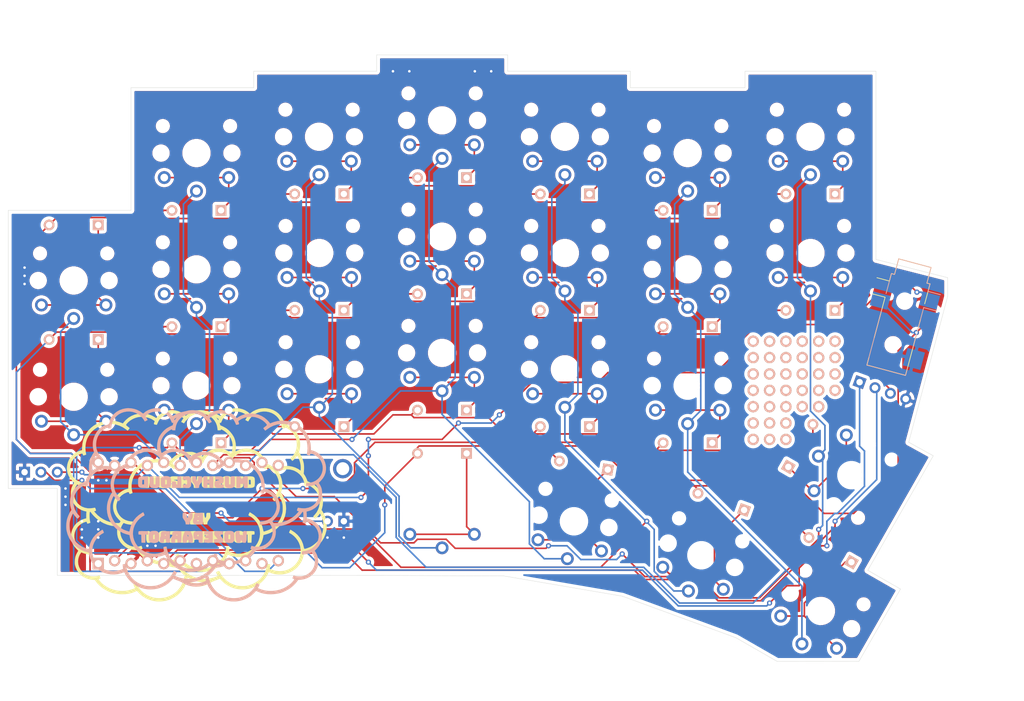
<source format=kicad_pcb>
(kicad_pcb (version 20171130) (host pcbnew 5.1.8-1)
  (layers (0 F.Cu signal) (31 B.Cu signal) (34 B.Paste user) (35 F.Paste user) (36 B.SilkS user) (37 F.SilkS user) (38 B.Mask user) (39 F.Mask user) (44 Edge.Cuts user))
  (net 0 "")
  (net 1 "Net-(D0-Pad2)")
  (net 2 row0)
  (net 3 "Net-(D1-Pad2)")
  (net 4 "Net-(D2-Pad2)")
  (net 5 "Net-(D3-Pad2)")
  (net 6 "Net-(D4-Pad2)")
  (net 7 "Net-(D5-Pad2)")
  (net 8 "Net-(D6-Pad2)")
  (net 9 "Net-(D7-Pad2)")
  (net 10 row1)
  (net 11 "Net-(D8-Pad2)")
  (net 12 row2)
  (net 13 "Net-(D9-Pad2)")
  (net 14 "Net-(D10-Pad2)")
  (net 15 "Net-(D11-Pad2)")
  (net 16 "Net-(D12-Pad2)")
  (net 17 "Net-(D13-Pad2)")
  (net 18 "Net-(D15-Pad2)")
  (net 19 row3)
  (net 20 "Net-(D16-Pad2)")
  (net 21 "Net-(D17-Pad2)")
  (net 22 "Net-(D18-Pad2)")
  (net 23 "Net-(D19-Pad2)")
  (net 24 "Net-(D20-Pad2)")
  (net 25 "Net-(D21-Pad2)")
  (net 26 "Net-(D22-Pad2)")
  (net 27 "Net-(D23-Pad2)")
  (net 28 "Net-(D24-Pad2)")
  (net 29 VCC)
  (net 30 GND)
  (net 31 col0)
  (net 32 col1)
  (net 33 col2)
  (net 34 col3)
  (net 35 col4)
  (net 36 col5)
  (net 37 col6)
  (net 38 "Net-(U2-Pad24)")
  (net 39 "Net-(U2-Pad13)")
  (net 40 "Net-(U2-Pad11)")
  (net 41 "Net-(U2-Pad1)")
  (net 42 data)
  (net 43 pdata)
  (net 44 "Net-(J3-Pad2)")
  (net 45 "Net-(J4-Pad2)")
  (net 46 "Net-(J4-Pad1)")
  (module MushyCloud:logo (layer B.Cu) (at 73.66 106.68 180)
    (fp_text reference G*** hide)
    (fp_text value LOGO hide)
  )
  (module MushyCloud:logo (layer F.Cu) (at 73.66 106.68)
    (fp_text reference G*** hide)
    (fp_text value LOGO hide)
  )
  (module MushyCloud:ArduinoProMicro-ZigZag-NoSilk (layer F.Cu) (at 72.39 107.95)
    (fp_text reference U2 hide)
    (fp_text value ProMicro hide)
    (pad 1 thru_hole rect (at -13.97 7.8486) (size 1.7526 1.7526) (drill 1.0922) (layers *.Cu *.SilkS *.Mask) (net 41 "Net-(U2-Pad1)"))
    (pad 2 thru_hole circle (at -11.43 7.3914) (size 1.7526 1.7526) (drill 1.0922) (layers *.Cu *.SilkS *.Mask) (net 42 data))
    (pad 3 thru_hole circle (at -8.89 7.8486) (size 1.7526 1.7526) (drill 1.0922) (layers *.Cu *.SilkS *.Mask) (net 30 GND))
    (pad 4 thru_hole circle (at -6.35 7.3914) (size 1.7526 1.7526) (drill 1.0922) (layers *.Cu *.SilkS *.Mask) (net 30 GND))
    (pad 5 thru_hole circle (at -3.81 7.8486) (size 1.7526 1.7526) (drill 1.0922) (layers *.Cu *.SilkS *.Mask) (net 46 "Net-(J4-Pad1)"))
    (pad 6 thru_hole circle (at -1.27 7.3914) (size 1.7526 1.7526) (drill 1.0922) (layers *.Cu *.SilkS *.Mask) (net 45 "Net-(J4-Pad2)"))
    (pad 7 thru_hole circle (at 1.27 7.8486) (size 1.7526 1.7526) (drill 1.0922) (layers *.Cu *.SilkS *.Mask) (net 2 row0))
    (pad 8 thru_hole circle (at 3.81 7.3914) (size 1.7526 1.7526) (drill 1.0922) (layers *.Cu *.SilkS *.Mask) (net 10 row1))
    (pad 9 thru_hole circle (at 6.35 7.8486) (size 1.7526 1.7526) (drill 1.0922) (layers *.Cu *.SilkS *.Mask) (net 12 row2))
    (pad 10 thru_hole circle (at 8.89 7.3914) (size 1.7526 1.7526) (drill 1.0922) (layers *.Cu *.SilkS *.Mask) (net 19 row3))
    (pad 11 thru_hole circle (at 11.43 7.8486) (size 1.7526 1.7526) (drill 1.0922) (layers *.Cu *.SilkS *.Mask) (net 40 "Net-(U2-Pad11)"))
    (pad 13 thru_hole circle (at 13.97 -7.3914) (size 1.7526 1.7526) (drill 1.0922) (layers *.Cu *.SilkS *.Mask) (net 39 "Net-(U2-Pad13)"))
    (pad 14 thru_hole circle (at 11.43 -7.8486) (size 1.7526 1.7526) (drill 1.0922) (layers *.Cu *.SilkS *.Mask) (net 37 col6))
    (pad 15 thru_hole circle (at 8.89 -7.3914) (size 1.7526 1.7526) (drill 1.0922) (layers *.Cu *.SilkS *.Mask) (net 36 col5))
    (pad 16 thru_hole circle (at 6.35 -7.8486) (size 1.7526 1.7526) (drill 1.0922) (layers *.Cu *.SilkS *.Mask) (net 35 col4))
    (pad 17 thru_hole circle (at 3.81 -7.3914) (size 1.7526 1.7526) (drill 1.0922) (layers *.Cu *.SilkS *.Mask) (net 34 col3))
    (pad 18 thru_hole circle (at 1.27 -7.8486) (size 1.7526 1.7526) (drill 1.0922) (layers *.Cu *.SilkS *.Mask) (net 33 col2))
    (pad 19 thru_hole circle (at -1.27 -7.3914) (size 1.7526 1.7526) (drill 1.0922) (layers *.Cu *.SilkS *.Mask) (net 32 col1))
    (pad 20 thru_hole circle (at -3.81 -7.8486) (size 1.7526 1.7526) (drill 1.0922) (layers *.Cu *.SilkS *.Mask) (net 31 col0))
    (pad 21 thru_hole circle (at -6.35 -7.3914) (size 1.7526 1.7526) (drill 1.0922) (layers *.Cu *.SilkS *.Mask) (net 29 VCC))
    (pad 22 thru_hole circle (at -8.89 -7.8486) (size 1.7526 1.7526) (drill 1.0922) (layers *.Cu *.SilkS *.Mask) (net 44 "Net-(J3-Pad2)"))
    (pad 23 thru_hole circle (at -11.43 -7.3914) (size 1.7526 1.7526) (drill 1.0922) (layers *.Cu *.SilkS *.Mask) (net 30 GND))
    (pad 12 thru_hole circle (at 13.97 7.3914) (size 1.7526 1.7526) (drill 1.0922) (layers *.Cu *.SilkS *.Mask) (net 43 pdata))
    (pad 24 thru_hole circle (at -13.97 -7.8486) (size 1.7526 1.7526) (drill 1.0922) (layers *.Cu *.SilkS *.Mask) (net 38 "Net-(U2-Pad24)"))
  )
  (module Connector_PinHeader_2.54mm:PinHeader_1x03_P2.54mm_Vertical (layer B.Cu) (at 46.99 101.6 270)
    (fp_text reference J1 hide)
    (fp_text value Conn_01x03_Male hide)
    (pad 3 thru_hole oval (at 0 -5.08 270) (size 1.7 1.7) (drill 1) (layers *.Cu *.Mask) (net 29 VCC))
    (pad 2 thru_hole oval (at 0 -2.54 270) (size 1.7 1.7) (drill 1) (layers *.Cu *.Mask) (net 43 pdata))
    (pad 1 thru_hole rect (at 0 0 270) (size 1.7 1.7) (drill 1) (layers *.Cu *.Mask) (net 30 GND))
  )
  (module Connector_PinHeader_2.54mm:PinHeader_1x04_P2.54mm_Vertical (layer F.Cu) (at 176.53 87.63 70)
    (fp_text reference J4 hide)
    (fp_text value Conn_01x04_Male hide)
    (pad 4 thru_hole oval (at 0 7.62 70) (size 1.7 1.7) (drill 1) (layers *.Cu *.Mask) (net 30 GND))
    (pad 3 thru_hole oval (at 0 5.08 70) (size 1.7 1.7) (drill 1) (layers *.Cu *.Mask) (net 29 VCC))
    (pad 2 thru_hole oval (at 0 2.54 70) (size 1.7 1.7) (drill 1) (layers *.Cu *.Mask) (net 45 "Net-(J4-Pad2)"))
    (pad 1 thru_hole rect (at 0 0 70) (size 1.7 1.7) (drill 1) (layers *.Cu *.Mask) (net 46 "Net-(J4-Pad1)"))
  )
  (module Connector_PinHeader_2.54mm:PinHeader_1x02_P2.54mm_Horizontal (layer F.Cu) (at 96.52 109.22 270)
    (fp_text reference J3 hide)
    (fp_text value Conn_01x02_Male)
    (pad 2 thru_hole oval (at 0 2.54 270) (size 1.7 1.7) (drill 1) (layers *.Cu *.Mask) (net 44 "Net-(J3-Pad2)"))
    (pad 1 thru_hole rect (at 0 0 270) (size 1.7 1.7) (drill 1) (layers *.Cu *.Mask) (net 30 GND))
  )
  (module keebio-parts:SinglePad (layer F.Cu) (at 165.1 96.52)
    (fp_text reference J6 hide)
    (fp_text value D2 hide)
    (pad 1 thru_hole circle (at 0 0 270) (size 1.7526 1.7526) (drill 1.0922) (layers *.Cu *.SilkS *.Mask))
  )
  (module keebio-parts:SinglePad (layer F.Cu) (at 162.56 96.52)
    (fp_text reference J6 hide)
    (fp_text value D2 hide)
    (pad 1 thru_hole circle (at 0 0 270) (size 1.7526 1.7526) (drill 1.0922) (layers *.Cu *.SilkS *.Mask))
  )
  (module keebio-parts:SinglePad (layer F.Cu) (at 160.02 96.52)
    (fp_text reference J6 hide)
    (fp_text value D2 hide)
    (pad 1 thru_hole circle (at 0 0 270) (size 1.7526 1.7526) (drill 1.0922) (layers *.Cu *.SilkS *.Mask))
  )
  (module keebio-parts:SinglePad (layer F.Cu) (at 160.02 93.98)
    (fp_text reference J6 hide)
    (fp_text value D2 hide)
    (pad 1 thru_hole circle (at 0 0 270) (size 1.7526 1.7526) (drill 1.0922) (layers *.Cu *.SilkS *.Mask))
  )
  (module keebio-parts:SinglePad (layer F.Cu) (at 162.56 93.98)
    (fp_text reference J6 hide)
    (fp_text value D2 hide)
    (pad 1 thru_hole circle (at 0 0 270) (size 1.7526 1.7526) (drill 1.0922) (layers *.Cu *.SilkS *.Mask))
  )
  (module keebio-parts:SinglePad (layer F.Cu) (at 165.1 93.98)
    (fp_text reference J6 hide)
    (fp_text value D2 hide)
    (pad 1 thru_hole circle (at 0 0 270) (size 1.7526 1.7526) (drill 1.0922) (layers *.Cu *.SilkS *.Mask))
  )
  (module keebio-parts:SinglePad (layer F.Cu) (at 170.18 91.44)
    (fp_text reference J6 hide)
    (fp_text value D2 hide)
    (pad 1 thru_hole circle (at 0 0 270) (size 1.7526 1.7526) (drill 1.0922) (layers *.Cu *.SilkS *.Mask))
  )
  (module keebio-parts:SinglePad (layer F.Cu) (at 165.1 91.44)
    (fp_text reference J6 hide)
    (fp_text value D2 hide)
    (pad 1 thru_hole circle (at 0 0 270) (size 1.7526 1.7526) (drill 1.0922) (layers *.Cu *.SilkS *.Mask))
  )
  (module keebio-parts:SinglePad (layer F.Cu) (at 160.02 91.44)
    (fp_text reference J6 hide)
    (fp_text value D2 hide)
    (pad 1 thru_hole circle (at 0 0 270) (size 1.7526 1.7526) (drill 1.0922) (layers *.Cu *.SilkS *.Mask))
  )
  (module keebio-parts:SinglePad (layer F.Cu) (at 167.64 91.44)
    (fp_text reference J6 hide)
    (fp_text value D2 hide)
    (pad 1 thru_hole circle (at 0 0 270) (size 1.7526 1.7526) (drill 1.0922) (layers *.Cu *.SilkS *.Mask))
  )
  (module keebio-parts:SinglePad (layer F.Cu) (at 162.56 91.44)
    (fp_text reference J6 hide)
    (fp_text value D2 hide)
    (pad 1 thru_hole circle (at 0 0 270) (size 1.7526 1.7526) (drill 1.0922) (layers *.Cu *.SilkS *.Mask))
  )
  (module keebio-parts:SinglePad (layer F.Cu) (at 167.64 88.9)
    (fp_text reference J6 hide)
    (fp_text value D2 hide)
    (pad 1 thru_hole circle (at 0 0 270) (size 1.7526 1.7526) (drill 1.0922) (layers *.Cu *.SilkS *.Mask))
  )
  (module keebio-parts:SinglePad (layer F.Cu) (at 160.02 88.9)
    (fp_text reference J6 hide)
    (fp_text value D2 hide)
    (pad 1 thru_hole circle (at 0 0 270) (size 1.7526 1.7526) (drill 1.0922) (layers *.Cu *.SilkS *.Mask))
  )
  (module keebio-parts:SinglePad (layer F.Cu) (at 162.56 88.9)
    (fp_text reference J6 hide)
    (fp_text value D2 hide)
    (pad 1 thru_hole circle (at 0 0 270) (size 1.7526 1.7526) (drill 1.0922) (layers *.Cu *.SilkS *.Mask))
  )
  (module keebio-parts:SinglePad (layer F.Cu) (at 165.1 88.9)
    (fp_text reference J6 hide)
    (fp_text value D2 hide)
    (pad 1 thru_hole circle (at 0 0 270) (size 1.7526 1.7526) (drill 1.0922) (layers *.Cu *.SilkS *.Mask))
  )
  (module keebio-parts:SinglePad (layer F.Cu) (at 160.02 86.36)
    (fp_text reference J6 hide)
    (fp_text value D2 hide)
    (pad 1 thru_hole circle (at 0 0 270) (size 1.7526 1.7526) (drill 1.0922) (layers *.Cu *.SilkS *.Mask))
  )
  (module keebio-parts:SinglePad (layer F.Cu) (at 167.64 86.36)
    (fp_text reference J6 hide)
    (fp_text value D2 hide)
    (pad 1 thru_hole circle (at 0 0 270) (size 1.7526 1.7526) (drill 1.0922) (layers *.Cu *.SilkS *.Mask))
  )
  (module keebio-parts:SinglePad (layer F.Cu) (at 165.1 86.36)
    (fp_text reference J6 hide)
    (fp_text value D2 hide)
    (pad 1 thru_hole circle (at 0 0 270) (size 1.7526 1.7526) (drill 1.0922) (layers *.Cu *.SilkS *.Mask))
  )
  (module keebio-parts:SinglePad (layer F.Cu) (at 162.56 86.36)
    (fp_text reference J6 hide)
    (fp_text value D2 hide)
    (pad 1 thru_hole circle (at 0 0 270) (size 1.7526 1.7526) (drill 1.0922) (layers *.Cu *.SilkS *.Mask))
  )
  (module keebio-parts:SinglePad (layer F.Cu) (at 160.02 83.82)
    (fp_text reference J6 hide)
    (fp_text value D2 hide)
    (pad 1 thru_hole circle (at 0 0 270) (size 1.7526 1.7526) (drill 1.0922) (layers *.Cu *.SilkS *.Mask))
  )
  (module keebio-parts:SinglePad (layer F.Cu) (at 162.56 83.82)
    (fp_text reference J6 hide)
    (fp_text value D2 hide)
    (pad 1 thru_hole circle (at 0 0 270) (size 1.7526 1.7526) (drill 1.0922) (layers *.Cu *.SilkS *.Mask))
  )
  (module keebio-parts:SinglePad (layer F.Cu) (at 165.1 83.82)
    (fp_text reference J6 hide)
    (fp_text value D2 hide)
    (pad 1 thru_hole circle (at 0 0 270) (size 1.7526 1.7526) (drill 1.0922) (layers *.Cu *.SilkS *.Mask))
  )
  (module keebio-parts:SinglePad (layer F.Cu) (at 167.64 83.82)
    (fp_text reference J6 hide)
    (fp_text value D2 hide)
    (pad 1 thru_hole circle (at 0 0 270) (size 1.7526 1.7526) (drill 1.0922) (layers *.Cu *.SilkS *.Mask))
  )
  (module keebio-parts:SinglePad (layer F.Cu) (at 170.18 83.82)
    (fp_text reference J6 hide)
    (fp_text value D2 hide)
    (pad 1 thru_hole circle (at 0 0 270) (size 1.7526 1.7526) (drill 1.0922) (layers *.Cu *.SilkS *.Mask))
  )
  (module keebio-parts:SinglePad (layer F.Cu) (at 170.18 86.36)
    (fp_text reference J6 hide)
    (fp_text value D2 hide)
    (pad 1 thru_hole circle (at 0 0 270) (size 1.7526 1.7526) (drill 1.0922) (layers *.Cu *.SilkS *.Mask))
  )
  (module keebio-parts:SinglePad (layer F.Cu) (at 170.18 88.9)
    (fp_text reference J6 hide)
    (fp_text value D2 hide)
    (pad 1 thru_hole circle (at 0 0 270) (size 1.7526 1.7526) (drill 1.0922) (layers *.Cu *.SilkS *.Mask))
  )
  (module keebio-parts:SinglePad (layer F.Cu) (at 172.72 88.9)
    (fp_text reference J6 hide)
    (fp_text value D2 hide)
    (pad 1 thru_hole circle (at 0 0 270) (size 1.7526 1.7526) (drill 1.0922) (layers *.Cu *.SilkS *.Mask))
  )
  (module keebio-parts:SinglePad (layer F.Cu) (at 172.72 86.36)
    (fp_text reference J6 hide)
    (fp_text value D2 hide)
    (pad 1 thru_hole circle (at 0 0 270) (size 1.7526 1.7526) (drill 1.0922) (layers *.Cu *.SilkS *.Mask))
  )
  (module keebio-parts:SinglePad (layer F.Cu) (at 172.72 83.82)
    (fp_text reference J6 hide)
    (fp_text value D2 hide)
    (pad 1 thru_hole circle (at 0 0 270) (size 1.7526 1.7526) (drill 1.0922) (layers *.Cu *.SilkS *.Mask))
  )
  (module keebio-parts:SinglePad (layer F.Cu) (at 172.72 81.28)
    (fp_text reference J6 hide)
    (fp_text value D2 hide)
    (pad 1 thru_hole circle (at 0 0 270) (size 1.7526 1.7526) (drill 1.0922) (layers *.Cu *.SilkS *.Mask))
  )
  (module keebio-parts:SinglePad (layer F.Cu) (at 170.18 81.28)
    (fp_text reference J6 hide)
    (fp_text value D2 hide)
    (pad 1 thru_hole circle (at 0 0 270) (size 1.7526 1.7526) (drill 1.0922) (layers *.Cu *.SilkS *.Mask))
  )
  (module keebio-parts:SinglePad (layer F.Cu) (at 167.64 81.28)
    (fp_text reference J6 hide)
    (fp_text value D2 hide)
    (pad 1 thru_hole circle (at 0 0 270) (size 1.7526 1.7526) (drill 1.0922) (layers *.Cu *.SilkS *.Mask))
  )
  (module keebio-parts:SinglePad (layer F.Cu) (at 165.1 81.28)
    (fp_text reference J6 hide)
    (fp_text value D2 hide)
    (pad 1 thru_hole circle (at 0 0 270) (size 1.7526 1.7526) (drill 1.0922) (layers *.Cu *.SilkS *.Mask))
  )
  (module keebio-parts:SinglePad (layer F.Cu) (at 162.56 81.28)
    (fp_text reference J6 hide)
    (fp_text value D2 hide)
    (pad 1 thru_hole circle (at 0 0 270) (size 1.7526 1.7526) (drill 1.0922) (layers *.Cu *.SilkS *.Mask))
  )
  (module keebio-parts:SinglePad (layer F.Cu) (at 160.02 81.28)
    (fp_text reference J6 hide)
    (fp_text value D2 hide)
    (pad 1 thru_hole circle (at 0 0 270) (size 1.7526 1.7526) (drill 1.0922) (layers *.Cu *.SilkS *.Mask))
  )
  (module MushyCloud:Jack_3.5mm_CUI_SJ-3523-SMT_Horizontal (layer F.Cu) (at 182.88 77.47 345)
    (fp_text reference J2 hide)
    (fp_text value AudioJack3 hide)
    (pad T smd rect (at 3.7 5.8 165) (size 2.8 2.8) (layers B.Cu B.Paste B.Mask) (net 30 GND))
    (pad S smd rect (at 3.7 -3.6 165) (size 2.8 2.2) (layers B.Cu B.Paste B.Mask) (net 29 VCC))
    (pad R smd rect (at -3.7 -1.6 165) (size 2.8 2.2) (layers B.Cu B.Paste B.Mask) (net 42 data))
    (pad R smd rect (at 3.7 -1.6 345) (size 2.8 2.2) (layers F.Cu F.Paste F.Mask) (net 42 data))
    (pad S smd rect (at -3.7 -3.6 345) (size 2.8 2.2) (layers F.Cu F.Paste F.Mask) (net 29 VCC))
    (pad T smd rect (at -3.7 5.8 345) (size 2.8 2.8) (layers F.Cu F.Paste F.Mask) (net 30 GND))
    (pad "" np_thru_hole circle (at 0 -2.5 345) (size 1.7 1.7) (drill 1.7) (layers *.Cu *.Mask))
    (pad "" np_thru_hole circle (at 0 4.5 345) (size 1.7 1.7) (drill 1.7) (layers *.Cu *.Mask))
  )
  (module MushyCloud:Diode (layer F.Cu) (at 54.61 81.01)
    (fp_text reference D7 hide)
    (fp_text value D hide)
    (pad 1 thru_hole circle (at -3.81 0) (size 1.651 1.651) (drill 0.9906) (layers *.Cu *.SilkS *.Mask) (net 10 row1))
    (pad 2 thru_hole rect (at 3.81 0) (size 1.651 1.651) (drill 0.9906) (layers *.Cu *.SilkS *.Mask) (net 9 "Net-(D7-Pad2)"))
  )
  (module MushyCloud:Diode (layer F.Cu) (at 54.61 63.23)
    (fp_text reference D0 hide)
    (fp_text value D hide)
    (pad 1 thru_hole circle (at -3.81 0) (size 1.651 1.651) (drill 0.9906) (layers *.Cu *.SilkS *.Mask) (net 2 row0))
    (pad 2 thru_hole rect (at 3.81 0) (size 1.651 1.651) (drill 0.9906) (layers *.Cu *.SilkS *.Mask) (net 1 "Net-(D0-Pad2)"))
  )
  (module MushyCloud:Diode (layer F.Cu) (at 111.76 98.69)
    (fp_text reference D21 hide)
    (fp_text value D hide)
    (pad 1 thru_hole circle (at -3.81 0) (size 1.651 1.651) (drill 0.9906) (layers *.Cu *.SilkS *.Mask) (net 19 row3))
    (pad 2 thru_hole rect (at 3.81 0) (size 1.651 1.651) (drill 0.9906) (layers *.Cu *.SilkS *.Mask) (net 25 "Net-(D21-Pad2)"))
  )
  (module MushyCloud:Diode (layer F.Cu) (at 167.374577 97.485294 240)
    (fp_text reference D20 hide)
    (fp_text value D hide)
    (pad 1 thru_hole circle (at -3.81 0 240) (size 1.651 1.651) (drill 0.9906) (layers *.Cu *.SilkS *.Mask) (net 12 row2))
    (pad 2 thru_hole rect (at 3.81 0 240) (size 1.651 1.651) (drill 0.9906) (layers *.Cu *.SilkS *.Mask) (net 24 "Net-(D20-Pad2)"))
  )
  (module MushyCloud:Diode (layer F.Cu) (at 168.91 76.47)
    (fp_text reference D13 hide)
    (fp_text value D hide)
    (pad 1 thru_hole circle (at -3.81 0) (size 1.651 1.651) (drill 0.9906) (layers *.Cu *.SilkS *.Mask) (net 10 row1))
    (pad 2 thru_hole rect (at 3.81 0) (size 1.651 1.651) (drill 0.9906) (layers *.Cu *.SilkS *.Mask) (net 17 "Net-(D13-Pad2)"))
  )
  (module MushyCloud:Diode (layer F.Cu) (at 171.960443 113.665 330)
    (fp_text reference D24 hide)
    (fp_text value D hide)
    (pad 1 thru_hole circle (at -3.81 0 330) (size 1.651 1.651) (drill 0.9906) (layers *.Cu *.SilkS *.Mask) (net 19 row3))
    (pad 2 thru_hole rect (at 3.81 0 330) (size 1.651 1.651) (drill 0.9906) (layers *.Cu *.SilkS *.Mask) (net 28 "Net-(D24-Pad2)"))
  )
  (module MushyCloud:Diode (layer F.Cu) (at 149.86 97.06)
    (fp_text reference D19 hide)
    (fp_text value D hide)
    (pad 1 thru_hole circle (at -3.81 0) (size 1.651 1.651) (drill 0.9906) (layers *.Cu *.SilkS *.Mask) (net 12 row2))
    (pad 2 thru_hole rect (at 3.81 0) (size 1.651 1.651) (drill 0.9906) (layers *.Cu *.SilkS *.Mask) (net 23 "Net-(D19-Pad2)"))
  )
  (module MushyCloud:Diode (layer F.Cu) (at 149.86 79.01)
    (fp_text reference D12 hide)
    (fp_text value D hide)
    (pad 1 thru_hole circle (at -3.81 0) (size 1.651 1.651) (drill 0.9906) (layers *.Cu *.SilkS *.Mask) (net 10 row1))
    (pad 2 thru_hole rect (at 3.81 0) (size 1.651 1.651) (drill 0.9906) (layers *.Cu *.SilkS *.Mask) (net 16 "Net-(D12-Pad2)"))
  )
  (module MushyCloud:Diode (layer F.Cu) (at 155.029771 106.176903 340)
    (fp_text reference D23 hide)
    (fp_text value D hide)
    (pad 1 thru_hole circle (at -3.81 0 340) (size 1.651 1.651) (drill 0.9906) (layers *.Cu *.SilkS *.Mask) (net 19 row3))
    (pad 2 thru_hole rect (at 3.81 0 340) (size 1.651 1.651) (drill 0.9906) (layers *.Cu *.SilkS *.Mask) (net 27 "Net-(D23-Pad2)"))
  )
  (module MushyCloud:Diode (layer F.Cu) (at 130.81 94.52)
    (fp_text reference D18 hide)
    (fp_text value D hide)
    (pad 1 thru_hole circle (at -3.81 0) (size 1.651 1.651) (drill 0.9906) (layers *.Cu *.SilkS *.Mask) (net 12 row2))
    (pad 2 thru_hole rect (at 3.81 0) (size 1.651 1.651) (drill 0.9906) (layers *.Cu *.SilkS *.Mask) (net 22 "Net-(D18-Pad2)"))
  )
  (module MushyCloud:Diode (layer F.Cu) (at 130.81 76.47)
    (fp_text reference D11 hide)
    (fp_text value D hide)
    (pad 1 thru_hole circle (at -3.81 0) (size 1.651 1.651) (drill 0.9906) (layers *.Cu *.SilkS *.Mask) (net 10 row1))
    (pad 2 thru_hole rect (at 3.81 0) (size 1.651 1.651) (drill 0.9906) (layers *.Cu *.SilkS *.Mask) (net 15 "Net-(D11-Pad2)"))
  )
  (module MushyCloud:Diode (layer F.Cu) (at 133.707882 100.5384 350)
    (fp_text reference D22 hide)
    (fp_text value D hide)
    (pad 1 thru_hole circle (at -3.81 0 350) (size 1.651 1.651) (drill 0.9906) (layers *.Cu *.SilkS *.Mask) (net 19 row3))
    (pad 2 thru_hole rect (at 3.81 0 350) (size 1.651 1.651) (drill 0.9906) (layers *.Cu *.SilkS *.Mask) (net 26 "Net-(D22-Pad2)"))
  )
  (module MushyCloud:Diode (layer F.Cu) (at 111.76 91.98)
    (fp_text reference D17 hide)
    (fp_text value D hide)
    (pad 1 thru_hole circle (at -3.81 0) (size 1.651 1.651) (drill 0.9906) (layers *.Cu *.SilkS *.Mask) (net 12 row2))
    (pad 2 thru_hole rect (at 3.81 0) (size 1.651 1.651) (drill 0.9906) (layers *.Cu *.SilkS *.Mask) (net 21 "Net-(D17-Pad2)"))
  )
  (module MushyCloud:Diode (layer F.Cu) (at 111.76 73.93)
    (fp_text reference D10 hide)
    (fp_text value D hide)
    (pad 1 thru_hole circle (at -3.81 0) (size 1.651 1.651) (drill 0.9906) (layers *.Cu *.SilkS *.Mask) (net 10 row1))
    (pad 2 thru_hole rect (at 3.81 0) (size 1.651 1.651) (drill 0.9906) (layers *.Cu *.SilkS *.Mask) (net 14 "Net-(D10-Pad2)"))
  )
  (module MushyCloud:Diode (layer F.Cu) (at 92.71 94.52)
    (fp_text reference D16 hide)
    (fp_text value D hide)
    (pad 1 thru_hole circle (at -3.81 0) (size 1.651 1.651) (drill 0.9906) (layers *.Cu *.SilkS *.Mask) (net 12 row2))
    (pad 2 thru_hole rect (at 3.81 0) (size 1.651 1.651) (drill 0.9906) (layers *.Cu *.SilkS *.Mask) (net 20 "Net-(D16-Pad2)"))
  )
  (module MushyCloud:Diode (layer F.Cu) (at 92.71 76.47)
    (fp_text reference D9 hide)
    (fp_text value D hide)
    (pad 1 thru_hole circle (at -3.81 0) (size 1.651 1.651) (drill 0.9906) (layers *.Cu *.SilkS *.Mask) (net 10 row1))
    (pad 2 thru_hole rect (at 3.81 0) (size 1.651 1.651) (drill 0.9906) (layers *.Cu *.SilkS *.Mask) (net 13 "Net-(D9-Pad2)"))
  )
  (module MushyCloud:Diode (layer F.Cu) (at 73.66 97.06)
    (fp_text reference D15 hide)
    (fp_text value D hide)
    (pad 1 thru_hole circle (at -3.81 0) (size 1.651 1.651) (drill 0.9906) (layers *.Cu *.SilkS *.Mask) (net 12 row2))
    (pad 2 thru_hole rect (at 3.81 0) (size 1.651 1.651) (drill 0.9906) (layers *.Cu *.SilkS *.Mask) (net 18 "Net-(D15-Pad2)"))
  )
  (module MushyCloud:Diode (layer F.Cu) (at 73.66 79.01)
    (fp_text reference D8 hide)
    (fp_text value D hide)
    (pad 1 thru_hole circle (at -3.81 0) (size 1.651 1.651) (drill 0.9906) (layers *.Cu *.SilkS *.Mask) (net 10 row1))
    (pad 2 thru_hole rect (at 3.81 0) (size 1.651 1.651) (drill 0.9906) (layers *.Cu *.SilkS *.Mask) (net 11 "Net-(D8-Pad2)"))
  )
  (module MushyCloud:Diode (layer F.Cu) (at 168.91 58.42)
    (fp_text reference D6 hide)
    (fp_text value D hide)
    (pad 1 thru_hole circle (at -3.81 0) (size 1.651 1.651) (drill 0.9906) (layers *.Cu *.SilkS *.Mask) (net 2 row0))
    (pad 2 thru_hole rect (at 3.81 0) (size 1.651 1.651) (drill 0.9906) (layers *.Cu *.SilkS *.Mask) (net 8 "Net-(D6-Pad2)"))
  )
  (module MushyCloud:Diode (layer F.Cu) (at 149.86 60.96)
    (fp_text reference D5 hide)
    (fp_text value D hide)
    (pad 1 thru_hole circle (at -3.81 0) (size 1.651 1.651) (drill 0.9906) (layers *.Cu *.SilkS *.Mask) (net 2 row0))
    (pad 2 thru_hole rect (at 3.81 0) (size 1.651 1.651) (drill 0.9906) (layers *.Cu *.SilkS *.Mask) (net 7 "Net-(D5-Pad2)"))
  )
  (module MushyCloud:Diode (layer F.Cu) (at 130.81 58.42)
    (fp_text reference D4 hide)
    (fp_text value D hide)
    (pad 1 thru_hole circle (at -3.81 0) (size 1.651 1.651) (drill 0.9906) (layers *.Cu *.SilkS *.Mask) (net 2 row0))
    (pad 2 thru_hole rect (at 3.81 0) (size 1.651 1.651) (drill 0.9906) (layers *.Cu *.SilkS *.Mask) (net 6 "Net-(D4-Pad2)"))
  )
  (module MushyCloud:Diode (layer F.Cu) (at 111.76 55.88)
    (fp_text reference D3 hide)
    (fp_text value D hide)
    (pad 1 thru_hole circle (at -3.81 0) (size 1.651 1.651) (drill 0.9906) (layers *.Cu *.SilkS *.Mask) (net 2 row0))
    (pad 2 thru_hole rect (at 3.81 0) (size 1.651 1.651) (drill 0.9906) (layers *.Cu *.SilkS *.Mask) (net 5 "Net-(D3-Pad2)"))
  )
  (module MushyCloud:Diode (layer F.Cu) (at 92.71 58.42)
    (fp_text reference D2 hide)
    (fp_text value D hide)
    (pad 1 thru_hole circle (at -3.81 0) (size 1.651 1.651) (drill 0.9906) (layers *.Cu *.SilkS *.Mask) (net 2 row0))
    (pad 2 thru_hole rect (at 3.81 0) (size 1.651 1.651) (drill 0.9906) (layers *.Cu *.SilkS *.Mask) (net 4 "Net-(D2-Pad2)"))
  )
  (module MushyCloud:Diode (layer F.Cu) (at 73.66 60.96)
    (fp_text reference D1 hide)
    (fp_text value D hide)
    (pad 1 thru_hole circle (at -3.81 0) (size 1.651 1.651) (drill 0.9906) (layers *.Cu *.SilkS *.Mask) (net 2 row0))
    (pad 2 thru_hole rect (at 3.81 0) (size 1.651 1.651) (drill 0.9906) (layers *.Cu *.SilkS *.Mask) (net 3 "Net-(D1-Pad2)"))
  )
  (module MushyCloud:Kailh-PG1350-1u-reversible-No-Clickhole-NoLED (layer F.Cu) (at 170.530978 123.148222 330)
    (fp_text reference SW25)
    (fp_text value SW_Push hide)
    (pad "" np_thru_hole circle (at 5.5 0 150) (size 1.7 1.7) (drill 1.7) (layers *.Cu *.Mask))
    (pad "" np_thru_hole circle (at -5.5 0 150) (size 1.7 1.7) (drill 1.7) (layers *.Cu *.Mask))
    (pad 2 thru_hole circle (at -5 3.8 11.9) (size 2 2) (drill 1.2) (layers *.Cu B.Mask) (net 28 "Net-(D24-Pad2)"))
    (pad 1 thru_hole circle (at 0 5.9 150) (size 2 2) (drill 1.2) (layers *.Cu *.Mask) (net 36 col5))
    (pad "" np_thru_hole circle (at 0 0 150) (size 3.4 3.4) (drill 3.4) (layers *.Cu *.Mask))
    (pad "" np_thru_hole circle (at 5.22 -4.2 150) (size 1.2 1.2) (drill 1.2) (layers *.Cu))
    (pad 2 thru_hole circle (at 5 3.8 11.9) (size 2 2) (drill 1.2) (layers *.Cu F.Mask) (net 28 "Net-(D24-Pad2)"))
    (pad "" np_thru_hole circle (at -5.22 -4.2 150) (size 1.2 1.2) (drill 1.2) (layers *.Cu))
  )
  (module MushyCloud:Kailh-PG1350-1u-reversible-No-Clickhole-NoLED (layer F.Cu) (at 151.9896 114.504393 340)
    (fp_text reference SW24)
    (fp_text value SW_Push hide)
    (pad "" np_thru_hole circle (at 5.5 0 160) (size 1.7 1.7) (drill 1.7) (layers *.Cu *.Mask))
    (pad "" np_thru_hole circle (at -5.5 0 160) (size 1.7 1.7) (drill 1.7) (layers *.Cu *.Mask))
    (pad 2 thru_hole circle (at -5 3.8 21.9) (size 2 2) (drill 1.2) (layers *.Cu B.Mask) (net 27 "Net-(D23-Pad2)"))
    (pad 1 thru_hole circle (at 0 5.9 160) (size 2 2) (drill 1.2) (layers *.Cu *.Mask) (net 35 col4))
    (pad "" np_thru_hole circle (at 0 0 160) (size 3.4 3.4) (drill 3.4) (layers *.Cu *.Mask))
    (pad "" np_thru_hole circle (at 5.22 -4.2 160) (size 1.2 1.2) (drill 1.2) (layers *.Cu))
    (pad 2 thru_hole circle (at 5 3.8 21.9) (size 2 2) (drill 1.2) (layers *.Cu F.Mask) (net 27 "Net-(D23-Pad2)"))
    (pad "" np_thru_hole circle (at -5.22 -4.2 160) (size 1.2 1.2) (drill 1.2) (layers *.Cu))
  )
  (module MushyCloud:Kailh-PG1350-1u-reversible-No-Clickhole-NoLED (layer F.Cu) (at 132.215307 109.231838 350)
    (fp_text reference SW23)
    (fp_text value SW_Push hide)
    (pad "" np_thru_hole circle (at 5.5 0 170) (size 1.7 1.7) (drill 1.7) (layers *.Cu *.Mask))
    (pad "" np_thru_hole circle (at -5.5 0 170) (size 1.7 1.7) (drill 1.7) (layers *.Cu *.Mask))
    (pad 2 thru_hole circle (at -5 3.8 31.9) (size 2 2) (drill 1.2) (layers *.Cu B.Mask) (net 26 "Net-(D22-Pad2)"))
    (pad 1 thru_hole circle (at 0 5.9 170) (size 2 2) (drill 1.2) (layers *.Cu *.Mask) (net 34 col3))
    (pad "" np_thru_hole circle (at 0 0 170) (size 3.4 3.4) (drill 3.4) (layers *.Cu *.Mask))
    (pad "" np_thru_hole circle (at 5.22 -4.2 170) (size 1.2 1.2) (drill 1.2) (layers *.Cu))
    (pad 2 thru_hole circle (at 5 3.8 31.9) (size 2 2) (drill 1.2) (layers *.Cu F.Mask) (net 26 "Net-(D22-Pad2)"))
    (pad "" np_thru_hole circle (at -5.22 -4.2 170) (size 1.2 1.2) (drill 1.2) (layers *.Cu))
  )
  (module MushyCloud:Kailh-PG1350-1u-reversible-No-Clickhole-NoLED (layer F.Cu) (at 111.76 107.45)
    (fp_text reference SW22)
    (fp_text value SW_Push hide)
    (pad "" np_thru_hole circle (at 5.5 0 180) (size 1.7 1.7) (drill 1.7) (layers *.Cu *.Mask))
    (pad "" np_thru_hole circle (at -5.5 0 180) (size 1.7 1.7) (drill 1.7) (layers *.Cu *.Mask))
    (pad 2 thru_hole circle (at -5 3.8 41.9) (size 2 2) (drill 1.2) (layers *.Cu B.Mask) (net 25 "Net-(D21-Pad2)"))
    (pad 1 thru_hole circle (at 0 5.9 180) (size 2 2) (drill 1.2) (layers *.Cu *.Mask) (net 33 col2))
    (pad "" np_thru_hole circle (at 0 0 180) (size 3.4 3.4) (drill 3.4) (layers *.Cu *.Mask))
    (pad "" np_thru_hole circle (at 5.22 -4.2 180) (size 1.2 1.2) (drill 1.2) (layers *.Cu))
    (pad 2 thru_hole circle (at 5 3.8 41.9) (size 2 2) (drill 1.2) (layers *.Cu F.Mask) (net 25 "Net-(D21-Pad2)"))
    (pad "" np_thru_hole circle (at -5.22 -4.2 180) (size 1.2 1.2) (drill 1.2) (layers *.Cu))
  )
  (module MushyCloud:Kailh-PG1350-1u-reversible-No-Clickhole-NoLED (layer F.Cu) (at 175.26 102.07 240)
    (fp_text reference SW21)
    (fp_text value SW_Push hide)
    (pad "" np_thru_hole circle (at 5.5 0 60) (size 1.7 1.7) (drill 1.7) (layers *.Cu *.Mask))
    (pad "" np_thru_hole circle (at -5.5 0 60) (size 1.7 1.7) (drill 1.7) (layers *.Cu *.Mask))
    (pad 2 thru_hole circle (at -5 3.8 281.9) (size 2 2) (drill 1.2) (layers *.Cu B.Mask) (net 24 "Net-(D20-Pad2)"))
    (pad 1 thru_hole circle (at 0 5.9 60) (size 2 2) (drill 1.2) (layers *.Cu *.Mask) (net 37 col6))
    (pad "" np_thru_hole circle (at 0 0 60) (size 3.4 3.4) (drill 3.4) (layers *.Cu *.Mask))
    (pad "" np_thru_hole circle (at 5.22 -4.2 60) (size 1.2 1.2) (drill 1.2) (layers *.Cu))
    (pad 2 thru_hole circle (at 5 3.8 281.9) (size 2 2) (drill 1.2) (layers *.Cu F.Mask) (net 24 "Net-(D20-Pad2)"))
    (pad "" np_thru_hole circle (at -5.22 -4.2 60) (size 1.2 1.2) (drill 1.2) (layers *.Cu))
  )
  (module MushyCloud:Kailh-PG1350-1u-reversible-No-Clickhole-NoLED (layer F.Cu) (at 149.86 88.17)
    (fp_text reference SW20)
    (fp_text value SW_Push hide)
    (pad "" np_thru_hole circle (at 5.5 0 180) (size 1.7 1.7) (drill 1.7) (layers *.Cu *.Mask))
    (pad "" np_thru_hole circle (at -5.5 0 180) (size 1.7 1.7) (drill 1.7) (layers *.Cu *.Mask))
    (pad 2 thru_hole circle (at -5 3.8 41.9) (size 2 2) (drill 1.2) (layers *.Cu B.Mask) (net 23 "Net-(D19-Pad2)"))
    (pad 1 thru_hole circle (at 0 5.9 180) (size 2 2) (drill 1.2) (layers *.Cu *.Mask) (net 36 col5))
    (pad "" np_thru_hole circle (at 0 0 180) (size 3.4 3.4) (drill 3.4) (layers *.Cu *.Mask))
    (pad "" np_thru_hole circle (at 5.22 -4.2 180) (size 1.2 1.2) (drill 1.2) (layers *.Cu))
    (pad 2 thru_hole circle (at 5 3.8 41.9) (size 2 2) (drill 1.2) (layers *.Cu F.Mask) (net 23 "Net-(D19-Pad2)"))
    (pad "" np_thru_hole circle (at -5.22 -4.2 180) (size 1.2 1.2) (drill 1.2) (layers *.Cu))
  )
  (module MushyCloud:Kailh-PG1350-1u-reversible-No-Clickhole-NoLED (layer F.Cu) (at 130.81 85.63)
    (fp_text reference SW19)
    (fp_text value SW_Push hide)
    (pad "" np_thru_hole circle (at 5.5 0 180) (size 1.7 1.7) (drill 1.7) (layers *.Cu *.Mask))
    (pad "" np_thru_hole circle (at -5.5 0 180) (size 1.7 1.7) (drill 1.7) (layers *.Cu *.Mask))
    (pad 2 thru_hole circle (at -5 3.8 41.9) (size 2 2) (drill 1.2) (layers *.Cu B.Mask) (net 22 "Net-(D18-Pad2)"))
    (pad 1 thru_hole circle (at 0 5.9 180) (size 2 2) (drill 1.2) (layers *.Cu *.Mask) (net 35 col4))
    (pad "" np_thru_hole circle (at 0 0 180) (size 3.4 3.4) (drill 3.4) (layers *.Cu *.Mask))
    (pad "" np_thru_hole circle (at 5.22 -4.2 180) (size 1.2 1.2) (drill 1.2) (layers *.Cu))
    (pad 2 thru_hole circle (at 5 3.8 41.9) (size 2 2) (drill 1.2) (layers *.Cu F.Mask) (net 22 "Net-(D18-Pad2)"))
    (pad "" np_thru_hole circle (at -5.22 -4.2 180) (size 1.2 1.2) (drill 1.2) (layers *.Cu))
  )
  (module MushyCloud:Kailh-PG1350-1u-reversible-No-Clickhole-NoLED (layer F.Cu) (at 111.76 83.09)
    (fp_text reference SW18)
    (fp_text value SW_Push hide)
    (pad "" np_thru_hole circle (at 5.5 0 180) (size 1.7 1.7) (drill 1.7) (layers *.Cu *.Mask))
    (pad "" np_thru_hole circle (at -5.5 0 180) (size 1.7 1.7) (drill 1.7) (layers *.Cu *.Mask))
    (pad 2 thru_hole circle (at -5 3.8 41.9) (size 2 2) (drill 1.2) (layers *.Cu B.Mask) (net 21 "Net-(D17-Pad2)"))
    (pad 1 thru_hole circle (at 0 5.9 180) (size 2 2) (drill 1.2) (layers *.Cu *.Mask) (net 34 col3))
    (pad "" np_thru_hole circle (at 0 0 180) (size 3.4 3.4) (drill 3.4) (layers *.Cu *.Mask))
    (pad "" np_thru_hole circle (at 5.22 -4.2 180) (size 1.2 1.2) (drill 1.2) (layers *.Cu))
    (pad 2 thru_hole circle (at 5 3.8 41.9) (size 2 2) (drill 1.2) (layers *.Cu F.Mask) (net 21 "Net-(D17-Pad2)"))
    (pad "" np_thru_hole circle (at -5.22 -4.2 180) (size 1.2 1.2) (drill 1.2) (layers *.Cu))
  )
  (module MushyCloud:Kailh-PG1350-1u-reversible-No-Clickhole-NoLED (layer F.Cu) (at 92.71 85.63)
    (fp_text reference SW17)
    (fp_text value SW_Push hide)
    (pad "" np_thru_hole circle (at 5.5 0 180) (size 1.7 1.7) (drill 1.7) (layers *.Cu *.Mask))
    (pad "" np_thru_hole circle (at -5.5 0 180) (size 1.7 1.7) (drill 1.7) (layers *.Cu *.Mask))
    (pad 2 thru_hole circle (at -5 3.8 41.9) (size 2 2) (drill 1.2) (layers *.Cu B.Mask) (net 20 "Net-(D16-Pad2)"))
    (pad 1 thru_hole circle (at 0 5.9 180) (size 2 2) (drill 1.2) (layers *.Cu *.Mask) (net 33 col2))
    (pad "" np_thru_hole circle (at 0 0 180) (size 3.4 3.4) (drill 3.4) (layers *.Cu *.Mask))
    (pad "" np_thru_hole circle (at 5.22 -4.2 180) (size 1.2 1.2) (drill 1.2) (layers *.Cu))
    (pad 2 thru_hole circle (at 5 3.8 41.9) (size 2 2) (drill 1.2) (layers *.Cu F.Mask) (net 20 "Net-(D16-Pad2)"))
    (pad "" np_thru_hole circle (at -5.22 -4.2 180) (size 1.2 1.2) (drill 1.2) (layers *.Cu))
  )
  (module MushyCloud:Kailh-PG1350-1u-reversible-No-Clickhole-NoLED (layer F.Cu) (at 73.66 88.17)
    (fp_text reference SW16)
    (fp_text value SW_Push hide)
    (pad "" np_thru_hole circle (at 5.5 0 180) (size 1.7 1.7) (drill 1.7) (layers *.Cu *.Mask))
    (pad "" np_thru_hole circle (at -5.5 0 180) (size 1.7 1.7) (drill 1.7) (layers *.Cu *.Mask))
    (pad 2 thru_hole circle (at -5 3.8 41.9) (size 2 2) (drill 1.2) (layers *.Cu B.Mask) (net 18 "Net-(D15-Pad2)"))
    (pad 1 thru_hole circle (at 0 5.9 180) (size 2 2) (drill 1.2) (layers *.Cu *.Mask) (net 32 col1))
    (pad "" np_thru_hole circle (at 0 0 180) (size 3.4 3.4) (drill 3.4) (layers *.Cu *.Mask))
    (pad "" np_thru_hole circle (at 5.22 -4.2 180) (size 1.2 1.2) (drill 1.2) (layers *.Cu))
    (pad 2 thru_hole circle (at 5 3.8 41.9) (size 2 2) (drill 1.2) (layers *.Cu F.Mask) (net 18 "Net-(D15-Pad2)"))
    (pad "" np_thru_hole circle (at -5.22 -4.2 180) (size 1.2 1.2) (drill 1.2) (layers *.Cu))
  )
  (module MushyCloud:Kailh-PG1350-1u-reversible-No-Clickhole-NoLED (layer F.Cu) (at 168.91 67.58)
    (fp_text reference SW14)
    (fp_text value SW_Push hide)
    (pad "" np_thru_hole circle (at 5.5 0 180) (size 1.7 1.7) (drill 1.7) (layers *.Cu *.Mask))
    (pad "" np_thru_hole circle (at -5.5 0 180) (size 1.7 1.7) (drill 1.7) (layers *.Cu *.Mask))
    (pad 2 thru_hole circle (at -5 3.8 41.9) (size 2 2) (drill 1.2) (layers *.Cu B.Mask) (net 17 "Net-(D13-Pad2)"))
    (pad 1 thru_hole circle (at 0 5.9 180) (size 2 2) (drill 1.2) (layers *.Cu *.Mask) (net 37 col6))
    (pad "" np_thru_hole circle (at 0 0 180) (size 3.4 3.4) (drill 3.4) (layers *.Cu *.Mask))
    (pad "" np_thru_hole circle (at 5.22 -4.2 180) (size 1.2 1.2) (drill 1.2) (layers *.Cu))
    (pad 2 thru_hole circle (at 5 3.8 41.9) (size 2 2) (drill 1.2) (layers *.Cu F.Mask) (net 17 "Net-(D13-Pad2)"))
    (pad "" np_thru_hole circle (at -5.22 -4.2 180) (size 1.2 1.2) (drill 1.2) (layers *.Cu))
  )
  (module MushyCloud:Kailh-PG1350-1u-reversible-No-Clickhole-NoLED (layer F.Cu) (at 149.86 70.12)
    (fp_text reference SW13)
    (fp_text value SW_Push hide)
    (pad "" np_thru_hole circle (at 5.5 0 180) (size 1.7 1.7) (drill 1.7) (layers *.Cu *.Mask))
    (pad "" np_thru_hole circle (at -5.5 0 180) (size 1.7 1.7) (drill 1.7) (layers *.Cu *.Mask))
    (pad 2 thru_hole circle (at -5 3.8 41.9) (size 2 2) (drill 1.2) (layers *.Cu B.Mask) (net 16 "Net-(D12-Pad2)"))
    (pad 1 thru_hole circle (at 0 5.9 180) (size 2 2) (drill 1.2) (layers *.Cu *.Mask) (net 36 col5))
    (pad "" np_thru_hole circle (at 0 0 180) (size 3.4 3.4) (drill 3.4) (layers *.Cu *.Mask))
    (pad "" np_thru_hole circle (at 5.22 -4.2 180) (size 1.2 1.2) (drill 1.2) (layers *.Cu))
    (pad 2 thru_hole circle (at 5 3.8 41.9) (size 2 2) (drill 1.2) (layers *.Cu F.Mask) (net 16 "Net-(D12-Pad2)"))
    (pad "" np_thru_hole circle (at -5.22 -4.2 180) (size 1.2 1.2) (drill 1.2) (layers *.Cu))
  )
  (module MushyCloud:Kailh-PG1350-1u-reversible-No-Clickhole-NoLED (layer F.Cu) (at 130.81 67.58)
    (fp_text reference SW12)
    (fp_text value SW_Push hide)
    (pad "" np_thru_hole circle (at 5.5 0 180) (size 1.7 1.7) (drill 1.7) (layers *.Cu *.Mask))
    (pad "" np_thru_hole circle (at -5.5 0 180) (size 1.7 1.7) (drill 1.7) (layers *.Cu *.Mask))
    (pad 2 thru_hole circle (at -5 3.8 41.9) (size 2 2) (drill 1.2) (layers *.Cu B.Mask) (net 15 "Net-(D11-Pad2)"))
    (pad 1 thru_hole circle (at 0 5.9 180) (size 2 2) (drill 1.2) (layers *.Cu *.Mask) (net 35 col4))
    (pad "" np_thru_hole circle (at 0 0 180) (size 3.4 3.4) (drill 3.4) (layers *.Cu *.Mask))
    (pad "" np_thru_hole circle (at 5.22 -4.2 180) (size 1.2 1.2) (drill 1.2) (layers *.Cu))
    (pad 2 thru_hole circle (at 5 3.8 41.9) (size 2 2) (drill 1.2) (layers *.Cu F.Mask) (net 15 "Net-(D11-Pad2)"))
    (pad "" np_thru_hole circle (at -5.22 -4.2 180) (size 1.2 1.2) (drill 1.2) (layers *.Cu))
  )
  (module MushyCloud:Kailh-PG1350-1u-reversible-No-Clickhole-NoLED (layer F.Cu) (at 111.76 65.04)
    (fp_text reference SW11)
    (fp_text value SW_Push hide)
    (pad "" np_thru_hole circle (at 5.5 0 180) (size 1.7 1.7) (drill 1.7) (layers *.Cu *.Mask))
    (pad "" np_thru_hole circle (at -5.5 0 180) (size 1.7 1.7) (drill 1.7) (layers *.Cu *.Mask))
    (pad 2 thru_hole circle (at -5 3.8 41.9) (size 2 2) (drill 1.2) (layers *.Cu B.Mask) (net 14 "Net-(D10-Pad2)"))
    (pad 1 thru_hole circle (at 0 5.9 180) (size 2 2) (drill 1.2) (layers *.Cu *.Mask) (net 34 col3))
    (pad "" np_thru_hole circle (at 0 0 180) (size 3.4 3.4) (drill 3.4) (layers *.Cu *.Mask))
    (pad "" np_thru_hole circle (at 5.22 -4.2 180) (size 1.2 1.2) (drill 1.2) (layers *.Cu))
    (pad 2 thru_hole circle (at 5 3.8 41.9) (size 2 2) (drill 1.2) (layers *.Cu F.Mask) (net 14 "Net-(D10-Pad2)"))
    (pad "" np_thru_hole circle (at -5.22 -4.2 180) (size 1.2 1.2) (drill 1.2) (layers *.Cu))
  )
  (module MushyCloud:Kailh-PG1350-1u-reversible-No-Clickhole-NoLED (layer F.Cu) (at 92.71 67.58)
    (fp_text reference SW10)
    (fp_text value SW_Push hide)
    (pad "" np_thru_hole circle (at 5.5 0 180) (size 1.7 1.7) (drill 1.7) (layers *.Cu *.Mask))
    (pad "" np_thru_hole circle (at -5.5 0 180) (size 1.7 1.7) (drill 1.7) (layers *.Cu *.Mask))
    (pad 2 thru_hole circle (at -5 3.8 41.9) (size 2 2) (drill 1.2) (layers *.Cu B.Mask) (net 13 "Net-(D9-Pad2)"))
    (pad 1 thru_hole circle (at 0 5.9 180) (size 2 2) (drill 1.2) (layers *.Cu *.Mask) (net 33 col2))
    (pad "" np_thru_hole circle (at 0 0 180) (size 3.4 3.4) (drill 3.4) (layers *.Cu *.Mask))
    (pad "" np_thru_hole circle (at 5.22 -4.2 180) (size 1.2 1.2) (drill 1.2) (layers *.Cu))
    (pad 2 thru_hole circle (at 5 3.8 41.9) (size 2 2) (drill 1.2) (layers *.Cu F.Mask) (net 13 "Net-(D9-Pad2)"))
    (pad "" np_thru_hole circle (at -5.22 -4.2 180) (size 1.2 1.2) (drill 1.2) (layers *.Cu))
  )
  (module MushyCloud:Kailh-PG1350-1u-reversible-No-Clickhole-NoLED (layer F.Cu) (at 73.66 70.12)
    (fp_text reference SW9)
    (fp_text value SW_Push hide)
    (pad "" np_thru_hole circle (at 5.5 0 180) (size 1.7 1.7) (drill 1.7) (layers *.Cu *.Mask))
    (pad "" np_thru_hole circle (at -5.5 0 180) (size 1.7 1.7) (drill 1.7) (layers *.Cu *.Mask))
    (pad 2 thru_hole circle (at -5 3.8 41.9) (size 2 2) (drill 1.2) (layers *.Cu B.Mask) (net 11 "Net-(D8-Pad2)"))
    (pad 1 thru_hole circle (at 0 5.9 180) (size 2 2) (drill 1.2) (layers *.Cu *.Mask) (net 32 col1))
    (pad "" np_thru_hole circle (at 0 0 180) (size 3.4 3.4) (drill 3.4) (layers *.Cu *.Mask))
    (pad "" np_thru_hole circle (at 5.22 -4.2 180) (size 1.2 1.2) (drill 1.2) (layers *.Cu))
    (pad 2 thru_hole circle (at 5 3.8 41.9) (size 2 2) (drill 1.2) (layers *.Cu F.Mask) (net 11 "Net-(D8-Pad2)"))
    (pad "" np_thru_hole circle (at -5.22 -4.2 180) (size 1.2 1.2) (drill 1.2) (layers *.Cu))
  )
  (module MushyCloud:Kailh-PG1350-1u-reversible-No-Clickhole-NoLED (layer F.Cu) (at 54.61 89.9)
    (fp_text reference SW8)
    (fp_text value SW_Push hide)
    (pad "" np_thru_hole circle (at 5.5 0 180) (size 1.7 1.7) (drill 1.7) (layers *.Cu *.Mask))
    (pad "" np_thru_hole circle (at -5.5 0 180) (size 1.7 1.7) (drill 1.7) (layers *.Cu *.Mask))
    (pad 2 thru_hole circle (at -5 3.8 41.9) (size 2 2) (drill 1.2) (layers *.Cu B.Mask) (net 9 "Net-(D7-Pad2)"))
    (pad 1 thru_hole circle (at 0 5.9 180) (size 2 2) (drill 1.2) (layers *.Cu *.Mask) (net 31 col0))
    (pad "" np_thru_hole circle (at 0 0 180) (size 3.4 3.4) (drill 3.4) (layers *.Cu *.Mask))
    (pad "" np_thru_hole circle (at 5.22 -4.2 180) (size 1.2 1.2) (drill 1.2) (layers *.Cu))
    (pad 2 thru_hole circle (at 5 3.8 41.9) (size 2 2) (drill 1.2) (layers *.Cu F.Mask) (net 9 "Net-(D7-Pad2)"))
    (pad "" np_thru_hole circle (at -5.22 -4.2 180) (size 1.2 1.2) (drill 1.2) (layers *.Cu))
  )
  (module MushyCloud:Kailh-PG1350-1u-reversible-No-Clickhole-NoLED (layer F.Cu) (at 168.91 49.53)
    (fp_text reference SW7)
    (fp_text value SW_Push hide)
    (pad "" np_thru_hole circle (at 5.5 0 180) (size 1.7 1.7) (drill 1.7) (layers *.Cu *.Mask))
    (pad "" np_thru_hole circle (at -5.5 0 180) (size 1.7 1.7) (drill 1.7) (layers *.Cu *.Mask))
    (pad 2 thru_hole circle (at -5 3.8 41.9) (size 2 2) (drill 1.2) (layers *.Cu B.Mask) (net 8 "Net-(D6-Pad2)"))
    (pad 1 thru_hole circle (at 0 5.9 180) (size 2 2) (drill 1.2) (layers *.Cu *.Mask) (net 37 col6))
    (pad "" np_thru_hole circle (at 0 0 180) (size 3.4 3.4) (drill 3.4) (layers *.Cu *.Mask))
    (pad "" np_thru_hole circle (at 5.22 -4.2 180) (size 1.2 1.2) (drill 1.2) (layers *.Cu))
    (pad 2 thru_hole circle (at 5 3.8 41.9) (size 2 2) (drill 1.2) (layers *.Cu F.Mask) (net 8 "Net-(D6-Pad2)"))
    (pad "" np_thru_hole circle (at -5.22 -4.2 180) (size 1.2 1.2) (drill 1.2) (layers *.Cu))
  )
  (module MushyCloud:Kailh-PG1350-1u-reversible-No-Clickhole-NoLED (layer F.Cu) (at 149.86 52.07)
    (fp_text reference SW6)
    (fp_text value SW_Push hide)
    (pad "" np_thru_hole circle (at 5.5 0 180) (size 1.7 1.7) (drill 1.7) (layers *.Cu *.Mask))
    (pad "" np_thru_hole circle (at -5.5 0 180) (size 1.7 1.7) (drill 1.7) (layers *.Cu *.Mask))
    (pad 2 thru_hole circle (at -5 3.8 41.9) (size 2 2) (drill 1.2) (layers *.Cu B.Mask) (net 7 "Net-(D5-Pad2)"))
    (pad 1 thru_hole circle (at 0 5.9 180) (size 2 2) (drill 1.2) (layers *.Cu *.Mask) (net 36 col5))
    (pad "" np_thru_hole circle (at 0 0 180) (size 3.4 3.4) (drill 3.4) (layers *.Cu *.Mask))
    (pad "" np_thru_hole circle (at 5.22 -4.2 180) (size 1.2 1.2) (drill 1.2) (layers *.Cu))
    (pad 2 thru_hole circle (at 5 3.8 41.9) (size 2 2) (drill 1.2) (layers *.Cu F.Mask) (net 7 "Net-(D5-Pad2)"))
    (pad "" np_thru_hole circle (at -5.22 -4.2 180) (size 1.2 1.2) (drill 1.2) (layers *.Cu))
  )
  (module MushyCloud:Kailh-PG1350-1u-reversible-No-Clickhole-NoLED (layer F.Cu) (at 130.81 49.53)
    (fp_text reference SW5)
    (fp_text value SW_Push hide)
    (pad "" np_thru_hole circle (at 5.5 0 180) (size 1.7 1.7) (drill 1.7) (layers *.Cu *.Mask))
    (pad "" np_thru_hole circle (at -5.5 0 180) (size 1.7 1.7) (drill 1.7) (layers *.Cu *.Mask))
    (pad 2 thru_hole circle (at -5 3.8 41.9) (size 2 2) (drill 1.2) (layers *.Cu B.Mask) (net 6 "Net-(D4-Pad2)"))
    (pad 1 thru_hole circle (at 0 5.9 180) (size 2 2) (drill 1.2) (layers *.Cu *.Mask) (net 35 col4))
    (pad "" np_thru_hole circle (at 0 0 180) (size 3.4 3.4) (drill 3.4) (layers *.Cu *.Mask))
    (pad "" np_thru_hole circle (at 5.22 -4.2 180) (size 1.2 1.2) (drill 1.2) (layers *.Cu))
    (pad 2 thru_hole circle (at 5 3.8 41.9) (size 2 2) (drill 1.2) (layers *.Cu F.Mask) (net 6 "Net-(D4-Pad2)"))
    (pad "" np_thru_hole circle (at -5.22 -4.2 180) (size 1.2 1.2) (drill 1.2) (layers *.Cu))
  )
  (module MushyCloud:Kailh-PG1350-1u-reversible-No-Clickhole-NoLED (layer F.Cu) (at 111.76 46.99)
    (fp_text reference SW4)
    (fp_text value SW_Push hide)
    (pad "" np_thru_hole circle (at 5.5 0 180) (size 1.7 1.7) (drill 1.7) (layers *.Cu *.Mask))
    (pad "" np_thru_hole circle (at -5.5 0 180) (size 1.7 1.7) (drill 1.7) (layers *.Cu *.Mask))
    (pad 2 thru_hole circle (at -5 3.8 41.9) (size 2 2) (drill 1.2) (layers *.Cu B.Mask) (net 5 "Net-(D3-Pad2)"))
    (pad 1 thru_hole circle (at 0 5.9 180) (size 2 2) (drill 1.2) (layers *.Cu *.Mask) (net 34 col3))
    (pad "" np_thru_hole circle (at 0 0 180) (size 3.4 3.4) (drill 3.4) (layers *.Cu *.Mask))
    (pad "" np_thru_hole circle (at 5.22 -4.2 180) (size 1.2 1.2) (drill 1.2) (layers *.Cu))
    (pad 2 thru_hole circle (at 5 3.8 41.9) (size 2 2) (drill 1.2) (layers *.Cu F.Mask) (net 5 "Net-(D3-Pad2)"))
    (pad "" np_thru_hole circle (at -5.22 -4.2 180) (size 1.2 1.2) (drill 1.2) (layers *.Cu))
  )
  (module MushyCloud:Kailh-PG1350-1u-reversible-No-Clickhole-NoLED (layer F.Cu) (at 92.670701 49.53)
    (fp_text reference SW3)
    (fp_text value SW_Push hide)
    (pad "" np_thru_hole circle (at 5.5 0 180) (size 1.7 1.7) (drill 1.7) (layers *.Cu *.Mask))
    (pad "" np_thru_hole circle (at -5.5 0 180) (size 1.7 1.7) (drill 1.7) (layers *.Cu *.Mask))
    (pad 2 thru_hole circle (at -5 3.8 41.9) (size 2 2) (drill 1.2) (layers *.Cu B.Mask) (net 4 "Net-(D2-Pad2)"))
    (pad 1 thru_hole circle (at 0 5.9 180) (size 2 2) (drill 1.2) (layers *.Cu *.Mask) (net 33 col2))
    (pad "" np_thru_hole circle (at 0 0 180) (size 3.4 3.4) (drill 3.4) (layers *.Cu *.Mask))
    (pad "" np_thru_hole circle (at 5.22 -4.2 180) (size 1.2 1.2) (drill 1.2) (layers *.Cu))
    (pad 2 thru_hole circle (at 5 3.8 41.9) (size 2 2) (drill 1.2) (layers *.Cu F.Mask) (net 4 "Net-(D2-Pad2)"))
    (pad "" np_thru_hole circle (at -5.22 -4.2 180) (size 1.2 1.2) (drill 1.2) (layers *.Cu))
  )
  (module MushyCloud:Kailh-PG1350-1u-reversible-No-Clickhole-NoLED (layer F.Cu) (at 73.66 52.07)
    (fp_text reference SW2)
    (fp_text value SW_Push hide)
    (pad "" np_thru_hole circle (at 5.5 0 180) (size 1.7 1.7) (drill 1.7) (layers *.Cu *.Mask))
    (pad "" np_thru_hole circle (at -5.5 0 180) (size 1.7 1.7) (drill 1.7) (layers *.Cu *.Mask))
    (pad 2 thru_hole circle (at -5 3.8 41.9) (size 2 2) (drill 1.2) (layers *.Cu B.Mask) (net 3 "Net-(D1-Pad2)"))
    (pad 1 thru_hole circle (at 0 5.9 180) (size 2 2) (drill 1.2) (layers *.Cu *.Mask) (net 32 col1))
    (pad "" np_thru_hole circle (at 0 0 180) (size 3.4 3.4) (drill 3.4) (layers *.Cu *.Mask))
    (pad "" np_thru_hole circle (at 5.22 -4.2 180) (size 1.2 1.2) (drill 1.2) (layers *.Cu))
    (pad 2 thru_hole circle (at 5 3.8 41.9) (size 2 2) (drill 1.2) (layers *.Cu F.Mask) (net 3 "Net-(D1-Pad2)"))
    (pad "" np_thru_hole circle (at -5.22 -4.2 180) (size 1.2 1.2) (drill 1.2) (layers *.Cu))
  )
  (module MushyCloud:Kailh-PG1350-1u-reversible-No-Clickhole-NoLED (layer F.Cu) (at 54.61 71.85)
    (fp_text reference SW1)
    (fp_text value SW_Push hide)
    (pad "" np_thru_hole circle (at 5.5 0 180) (size 1.7 1.7) (drill 1.7) (layers *.Cu *.Mask))
    (pad "" np_thru_hole circle (at -5.5 0 180) (size 1.7 1.7) (drill 1.7) (layers *.Cu *.Mask))
    (pad 2 thru_hole circle (at -5 3.8 41.9) (size 2 2) (drill 1.2) (layers *.Cu B.Mask) (net 1 "Net-(D0-Pad2)"))
    (pad 1 thru_hole circle (at 0 5.9 180) (size 2 2) (drill 1.2) (layers *.Cu *.Mask) (net 31 col0))
    (pad "" np_thru_hole circle (at 0 0 180) (size 3.4 3.4) (drill 3.4) (layers *.Cu *.Mask))
    (pad "" np_thru_hole circle (at 5.22 -4.2 180) (size 1.2 1.2) (drill 1.2) (layers *.Cu))
    (pad 2 thru_hole circle (at 5 3.8 41.9) (size 2 2) (drill 1.2) (layers *.Cu F.Mask) (net 1 "Net-(D0-Pad2)"))
    (pad "" np_thru_hole circle (at -5.22 -4.2 180) (size 1.2 1.2) (drill 1.2) (layers *.Cu))
  )
  (gr_line (start 190.17654 74.354839) (end 190.177428 71.407843) (layer Edge.Cuts) (width 0.05))
  (gr_line (start 182.869437 119.746927) (end 176.428206 130.970639) (layer Edge.Cuts) (width 0.05))
  (gr_line (start 177.8 116.84) (end 182.869437 119.746927) (layer Edge.Cuts) (width 0.05))
  (gr_line (start 163.749375 130.987278) (end 176.428206 130.970639) (layer Edge.Cuts) (width 0.05))
  (gr_line (start 157.341953 127.30587) (end 163.749375 130.987278) (layer Edge.Cuts) (width 0.05))
  (gr_line (start 52.07 117.614746) (end 52.07 104.14) (layer Edge.Cuts) (width 0.05))
  (gr_line (start 52.07 104.14) (end 49.53 104.14) (layer Edge.Cuts) (width 0.05))
  (gr_line (start 187.96 99.06) (end 184.15 96.959266) (layer Edge.Cuts) (width 0.05))
  (gr_line (start 179.07 68.58) (end 190.177428 71.407843) (layer Edge.Cuts) (width 0.05))
  (gr_line (start 179.07 67.31) (end 179.07 68.58) (layer Edge.Cuts) (width 0.05))
  (gr_line (start 179.07 39.37) (end 179.07 67.31) (layer Edge.Cuts) (width 0.05))
  (gr_line (start 187.96 99.06) (end 177.8 116.84) (layer Edge.Cuts) (width 0.05))
  (gr_line (start 63.5 60.96) (end 44.45 60.96) (layer Edge.Cuts) (width 0.05))
  (gr_line (start 63.5 41.91) (end 63.5 60.96) (layer Edge.Cuts) (width 0.05))
  (gr_line (start 63.5 41.91) (end 82.55 41.91) (layer Edge.Cuts) (width 0.05))
  (gr_line (start 44.45 104.14) (end 49.53 104.14) (layer Edge.Cuts) (width 0.05))
  (gr_line (start 44.45 99.06) (end 44.45 104.14) (layer Edge.Cuts) (width 0.05))
  (gr_line (start 44.45 99.06) (end 44.45 60.96) (layer Edge.Cuts) (width 0.05))
  (gr_line (start 102.230235 117.632957) (end 52.07 117.614746) (layer Edge.Cuts) (width 0.05))
  (gr_line (start 121.337223 117.71257) (end 102.230235 117.632957) (layer Edge.Cuts) (width 0.05))
  (gr_line (start 139.727699 120.857261) (end 121.337223 117.71257) (layer Edge.Cuts) (width 0.05))
  (gr_line (start 157.341953 127.30587) (end 139.727699 120.857261) (layer Edge.Cuts) (width 0.05))
  (gr_line (start 190.17654 74.354839) (end 184.15 96.959266) (layer Edge.Cuts) (width 0.05))
  (gr_line (start 158.75 39.37) (end 179.07 39.37) (layer Edge.Cuts) (width 0.05))
  (gr_line (start 158.75 41.91) (end 158.75 39.37) (layer Edge.Cuts) (width 0.05))
  (gr_line (start 140.97 41.91) (end 158.75 41.91) (layer Edge.Cuts) (width 0.05))
  (gr_line (start 140.97 39.37) (end 140.97 41.91) (layer Edge.Cuts) (width 0.05))
  (gr_line (start 121.92 39.37) (end 140.97 39.37) (layer Edge.Cuts) (width 0.05))
  (gr_line (start 121.92 36.83) (end 121.92 39.37) (layer Edge.Cuts) (width 0.05))
  (gr_line (start 101.6 36.83) (end 121.92 36.83) (layer Edge.Cuts) (width 0.05))
  (gr_line (start 101.6 39.37) (end 101.6 36.83) (layer Edge.Cuts) (width 0.05))
  (gr_line (start 82.55 39.37) (end 101.6 39.37) (layer Edge.Cuts) (width 0.05))
  (gr_line (start 82.55 41.91) (end 82.55 39.37) (layer Edge.Cuts) (width 0.05))
  (via (at 96.352793 101.062051) (size 3) (drill 2.01) (layers F.Cu B.Cu) (net 0))
  (segment (start 49.61 75.65) (end 59.61 75.65) (width 0.25) (layer F.Cu) (net 1))
  (segment (start 58.42 74.46) (end 59.61 75.65) (width 0.25) (layer F.Cu) (net 1))
  (segment (start 58.42 63.23) (end 58.42 74.46) (width 0.25) (layer F.Cu) (net 1))
  (segment (start 82.55 62.23) (end 85.09 59.69) (width 0.25) (layer F.Cu) (net 2))
  (segment (start 85.09 59.69) (end 101.6 59.69) (width 0.25) (layer F.Cu) (net 2))
  (segment (start 101.6 59.69) (end 104.14 57.15) (width 0.25) (layer F.Cu) (net 2))
  (segment (start 104.14 57.15) (end 120.65 57.15) (width 0.25) (layer F.Cu) (net 2))
  (segment (start 120.65 57.15) (end 123.19 59.69) (width 0.25) (layer F.Cu) (net 2))
  (segment (start 123.19 59.69) (end 139.7 59.69) (width 0.25) (layer F.Cu) (net 2))
  (segment (start 139.7 59.69) (end 142.24 62.23) (width 0.25) (layer F.Cu) (net 2))
  (segment (start 142.24 62.23) (end 158.75 62.23) (width 0.25) (layer F.Cu) (net 2))
  (segment (start 158.75 62.23) (end 161.29 59.69) (width 0.25) (layer F.Cu) (net 2))
  (segment (start 165.1 58.42) (end 162.56 58.42) (width 0.25) (layer F.Cu) (net 2))
  (segment (start 162.56 58.42) (end 161.29 59.69) (width 0.25) (layer F.Cu) (net 2))
  (segment (start 143.51 60.96) (end 142.24 62.23) (width 0.25) (layer F.Cu) (net 2))
  (segment (start 146.05 60.96) (end 143.51 60.96) (width 0.25) (layer F.Cu) (net 2))
  (segment (start 124.46 58.42) (end 123.19 59.69) (width 0.25) (layer F.Cu) (net 2))
  (segment (start 127 58.42) (end 124.46 58.42) (width 0.25) (layer F.Cu) (net 2))
  (segment (start 105.41 55.88) (end 104.14 57.15) (width 0.25) (layer F.Cu) (net 2))
  (segment (start 107.95 55.88) (end 105.41 55.88) (width 0.25) (layer F.Cu) (net 2))
  (segment (start 88.9 58.42) (end 86.36 58.42) (width 0.25) (layer F.Cu) (net 2))
  (segment (start 86.36 58.42) (end 85.09 59.69) (width 0.25) (layer F.Cu) (net 2))
  (segment (start 47.860511 98.660511) (end 45.72 96.52) (width 0.25) (layer F.Cu) (net 2))
  (segment (start 54.210511 98.660511) (end 47.860511 98.660511) (width 0.25) (layer F.Cu) (net 2))
  (segment (start 73.66 115.7986) (end 72.458699 116.999901) (width 0.25) (layer F.Cu) (net 2))
  (segment (start 57.15 101.6) (end 54.210511 98.660511) (width 0.25) (layer F.Cu) (net 2))
  (segment (start 57.15 115.57) (end 57.15 101.6) (width 0.25) (layer F.Cu) (net 2))
  (segment (start 57.15 116.866202) (end 57.15 113.03) (width 0.25) (layer F.Cu) (net 2))
  (segment (start 57.283699 116.999901) (end 57.15 116.866202) (width 0.25) (layer F.Cu) (net 2))
  (segment (start 72.458699 116.999901) (end 57.283699 116.999901) (width 0.25) (layer F.Cu) (net 2))
  (segment (start 45.72 68.31) (end 50.8 63.23) (width 0.25) (layer F.Cu) (net 2))
  (segment (start 45.72 96.52) (end 45.72 68.31) (width 0.25) (layer F.Cu) (net 2))
  (segment (start 68.58 60.96) (end 69.85 60.96) (width 0.25) (layer F.Cu) (net 2))
  (segment (start 67.460501 62.079499) (end 68.58 60.96) (width 0.25) (layer F.Cu) (net 2))
  (segment (start 50.8 63.23) (end 51.950501 62.079499) (width 0.25) (layer F.Cu) (net 2))
  (segment (start 51.950501 62.079499) (end 67.460501 62.079499) (width 0.25) (layer F.Cu) (net 2))
  (segment (start 67.611002 62.23) (end 67.460501 62.079499) (width 0.25) (layer F.Cu) (net 2))
  (segment (start 82.55 62.23) (end 67.611002 62.23) (width 0.25) (layer F.Cu) (net 2))
  (segment (start 68.66 55.87) (end 78.66 55.87) (width 0.25) (layer F.Cu) (net 3))
  (segment (start 78.66 59.77) (end 77.47 60.96) (width 0.25) (layer F.Cu) (net 3))
  (segment (start 78.66 55.87) (end 78.66 59.77) (width 0.25) (layer F.Cu) (net 3))
  (segment (start 87.670701 53.33) (end 97.670701 53.33) (width 0.25) (layer F.Cu) (net 4))
  (segment (start 97.670701 57.269299) (end 96.52 58.42) (width 0.25) (layer F.Cu) (net 4))
  (segment (start 97.670701 53.33) (end 97.670701 57.269299) (width 0.25) (layer F.Cu) (net 4))
  (segment (start 116.76 54.69) (end 115.57 55.88) (width 0.25) (layer F.Cu) (net 5))
  (segment (start 116.76 50.79) (end 116.76 54.69) (width 0.25) (layer F.Cu) (net 5))
  (segment (start 106.76 50.79) (end 116.76 50.79) (width 0.25) (layer F.Cu) (net 5))
  (segment (start 125.81 53.33) (end 135.81 53.33) (width 0.25) (layer F.Cu) (net 6))
  (segment (start 135.81 57.23) (end 134.62 58.42) (width 0.25) (layer F.Cu) (net 6))
  (segment (start 135.81 53.33) (end 135.81 57.23) (width 0.25) (layer F.Cu) (net 6))
  (segment (start 154.86 59.77) (end 153.67 60.96) (width 0.25) (layer F.Cu) (net 7))
  (segment (start 154.86 55.87) (end 154.86 59.77) (width 0.25) (layer F.Cu) (net 7))
  (segment (start 144.86 55.87) (end 154.86 55.87) (width 0.25) (layer F.Cu) (net 7))
  (segment (start 163.91 53.33) (end 173.91 53.33) (width 0.25) (layer F.Cu) (net 8))
  (segment (start 173.91 57.23) (end 172.72 58.42) (width 0.25) (layer F.Cu) (net 8))
  (segment (start 173.91 53.33) (end 173.91 57.23) (width 0.25) (layer F.Cu) (net 8))
  (segment (start 49.61 93.7) (end 59.61 93.7) (width 0.25) (layer F.Cu) (net 9))
  (segment (start 58.42 92.51) (end 59.61 93.7) (width 0.25) (layer F.Cu) (net 9))
  (segment (start 58.42 81.01) (end 58.42 92.51) (width 0.25) (layer F.Cu) (net 9))
  (segment (start 82.399499 80.160501) (end 85.09 77.47) (width 0.25) (layer F.Cu) (net 10))
  (segment (start 85.09 77.47) (end 88.197258 77.47) (width 0.25) (layer F.Cu) (net 10))
  (segment (start 88.347759 77.620501) (end 101.449499 77.620501) (width 0.25) (layer F.Cu) (net 10))
  (segment (start 88.197258 77.47) (end 88.347759 77.620501) (width 0.25) (layer F.Cu) (net 10))
  (segment (start 101.449499 77.620501) (end 104.14 74.93) (width 0.25) (layer F.Cu) (net 10))
  (segment (start 104.290501 75.080501) (end 119.229499 75.080501) (width 0.25) (layer F.Cu) (net 10))
  (segment (start 119.229499 75.080501) (end 121.618998 77.47) (width 0.25) (layer F.Cu) (net 10))
  (segment (start 126.447759 77.620501) (end 138.279499 77.620501) (width 0.25) (layer F.Cu) (net 10))
  (segment (start 121.618998 77.47) (end 126.297258 77.47) (width 0.25) (layer F.Cu) (net 10))
  (segment (start 126.297258 77.47) (end 126.447759 77.620501) (width 0.25) (layer F.Cu) (net 10))
  (segment (start 138.279499 77.620501) (end 139.850501 77.620501) (width 0.25) (layer F.Cu) (net 10))
  (segment (start 139.850501 77.620501) (end 142.24 80.01) (width 0.25) (layer F.Cu) (net 10))
  (segment (start 142.24 80.01) (end 145.347258 80.01) (width 0.25) (layer F.Cu) (net 10))
  (segment (start 86.09 76.47) (end 85.09 77.47) (width 0.25) (layer F.Cu) (net 10))
  (segment (start 88.9 76.47) (end 86.09 76.47) (width 0.25) (layer F.Cu) (net 10))
  (segment (start 104.14 74.93) (end 104.290501 75.080501) (width 0.25) (layer F.Cu) (net 10))
  (segment (start 105.14 73.93) (end 104.14 74.93) (width 0.25) (layer F.Cu) (net 10))
  (segment (start 107.95 73.93) (end 105.14 73.93) (width 0.25) (layer F.Cu) (net 10))
  (segment (start 127 76.767258) (end 126.297258 77.47) (width 0.25) (layer F.Cu) (net 10))
  (segment (start 127 76.47) (end 127 76.767258) (width 0.25) (layer F.Cu) (net 10))
  (segment (start 146.05 79.307258) (end 145.347258 80.01) (width 0.25) (layer F.Cu) (net 10))
  (segment (start 146.05 79.01) (end 146.05 79.307258) (width 0.25) (layer F.Cu) (net 10))
  (segment (start 145.497759 80.160501) (end 145.347258 80.01) (width 0.25) (layer F.Cu) (net 10))
  (segment (start 165.1 76.47) (end 161.02 76.47) (width 0.25) (layer F.Cu) (net 10))
  (segment (start 157.329499 80.160501) (end 145.497759 80.160501) (width 0.25) (layer F.Cu) (net 10))
  (segment (start 161.02 76.47) (end 157.329499 80.160501) (width 0.25) (layer F.Cu) (net 10))
  (segment (start 74.541499 116.999901) (end 54.769901 116.999901) (width 0.25) (layer B.Cu) (net 10))
  (segment (start 76.2 115.3414) (end 74.541499 116.999901) (width 0.25) (layer B.Cu) (net 10))
  (segment (start 54.769901 116.999901) (end 54.61 116.84) (width 0.25) (layer B.Cu) (net 10))
  (segment (start 54.61 116.84) (end 54.61 99.06) (width 0.25) (layer B.Cu) (net 10))
  (segment (start 54.25999 98.70999) (end 47.90999 98.70999) (width 0.25) (layer B.Cu) (net 10))
  (segment (start 54.61 99.06) (end 54.25999 98.70999) (width 0.25) (layer B.Cu) (net 10))
  (segment (start 47.90999 98.70999) (end 45.72 96.52) (width 0.25) (layer B.Cu) (net 10))
  (segment (start 45.72 86.09) (end 50.8 81.01) (width 0.25) (layer B.Cu) (net 10))
  (segment (start 45.72 96.52) (end 45.72 86.09) (width 0.25) (layer B.Cu) (net 10))
  (segment (start 68.611002 79.01) (end 69.85 79.01) (width 0.25) (layer F.Cu) (net 10))
  (segment (start 67.761503 79.859499) (end 68.611002 79.01) (width 0.25) (layer F.Cu) (net 10))
  (segment (start 50.8 81.01) (end 51.950501 79.859499) (width 0.25) (layer F.Cu) (net 10))
  (segment (start 51.950501 79.859499) (end 67.761503 79.859499) (width 0.25) (layer F.Cu) (net 10))
  (segment (start 68.062505 80.160501) (end 82.399499 80.160501) (width 0.25) (layer F.Cu) (net 10))
  (segment (start 67.761503 79.859499) (end 68.062505 80.160501) (width 0.25) (layer F.Cu) (net 10))
  (segment (start 78.66 77.82) (end 77.47 79.01) (width 0.25) (layer F.Cu) (net 11))
  (segment (start 78.66 73.92) (end 78.66 77.82) (width 0.25) (layer F.Cu) (net 11))
  (segment (start 68.66 73.92) (end 78.66 73.92) (width 0.25) (layer F.Cu) (net 11))
  (segment (start 82.129499 98.210501) (end 85.09 95.25) (width 0.25) (layer F.Cu) (net 12))
  (segment (start 85.510501 95.670501) (end 101.179499 95.670501) (width 0.25) (layer F.Cu) (net 12))
  (segment (start 101.179499 95.670501) (end 104.14 92.71) (width 0.25) (layer F.Cu) (net 12))
  (segment (start 104.14 92.71) (end 106.977258 92.71) (width 0.25) (layer F.Cu) (net 12))
  (segment (start 107.397759 93.130501) (end 118.959499 93.130501) (width 0.25) (layer F.Cu) (net 12))
  (segment (start 106.977258 92.71) (end 107.397759 93.130501) (width 0.25) (layer F.Cu) (net 12))
  (segment (start 118.959499 93.130501) (end 121.499499 95.670501) (width 0.25) (layer F.Cu) (net 12))
  (segment (start 138.009499 95.670501) (end 140.549499 98.210501) (width 0.25) (layer F.Cu) (net 12))
  (segment (start 85.09 95.25) (end 85.510501 95.670501) (width 0.25) (layer F.Cu) (net 12))
  (segment (start 85.82 94.52) (end 85.09 95.25) (width 0.25) (layer F.Cu) (net 12))
  (segment (start 88.9 94.52) (end 85.82 94.52) (width 0.25) (layer F.Cu) (net 12))
  (segment (start 107.707258 91.98) (end 106.977258 92.71) (width 0.25) (layer F.Cu) (net 12))
  (segment (start 107.95 91.98) (end 107.707258 91.98) (width 0.25) (layer F.Cu) (net 12))
  (segment (start 121.499499 95.670501) (end 126.150501 95.670501) (width 0.25) (layer F.Cu) (net 12))
  (segment (start 126.150501 95.369499) (end 126.150501 95.670501) (width 0.25) (layer F.Cu) (net 12))
  (segment (start 127 94.52) (end 126.150501 95.369499) (width 0.25) (layer F.Cu) (net 12))
  (segment (start 126.150501 95.670501) (end 138.009499 95.670501) (width 0.25) (layer F.Cu) (net 12))
  (segment (start 145.200501 97.909499) (end 145.200501 98.210501) (width 0.25) (layer F.Cu) (net 12))
  (segment (start 146.05 97.06) (end 145.200501 97.909499) (width 0.25) (layer F.Cu) (net 12))
  (segment (start 140.549499 98.210501) (end 145.200501 98.210501) (width 0.25) (layer F.Cu) (net 12))
  (segment (start 77.081499 114.140099) (end 56.990099 114.140099) (width 0.25) (layer B.Cu) (net 12))
  (segment (start 78.74 115.7986) (end 77.081499 114.140099) (width 0.25) (layer B.Cu) (net 12))
  (segment (start 56.990099 114.140099) (end 55.06001 112.21001) (width 0.25) (layer B.Cu) (net 12))
  (segment (start 55.06001 112.21001) (end 55.06001 98.60999) (width 0.25) (layer B.Cu) (net 12))
  (segment (start 55.06001 98.60999) (end 55.88 97.79) (width 0.25) (layer B.Cu) (net 12))
  (segment (start 69.12 97.79) (end 69.85 97.06) (width 0.25) (layer F.Cu) (net 12))
  (segment (start 71.000501 98.210501) (end 82.129499 98.210501) (width 0.25) (layer F.Cu) (net 12))
  (segment (start 69.85 97.06) (end 71.000501 98.210501) (width 0.25) (layer F.Cu) (net 12))
  (segment (start 55.88 97.79) (end 64.77 97.79) (width 0.25) (layer B.Cu) (net 12))
  (segment (start 64.77 97.79) (end 64.77 97.79) (width 0.25) (layer B.Cu) (net 12))
  (via (at 64.77 97.79) (size 0.8) (drill 0.4) (layers F.Cu B.Cu) (net 12))
  (segment (start 64.77 97.79) (end 69.12 97.79) (width 0.25) (layer F.Cu) (net 12))
  (segment (start 169.279577 96.150423) (end 169.279577 94.185737) (width 0.25) (layer F.Cu) (net 12))
  (segment (start 145.200501 98.210501) (end 167.219499 98.210501) (width 0.25) (layer F.Cu) (net 12))
  (segment (start 167.219499 98.210501) (end 169.279577 96.150423) (width 0.25) (layer F.Cu) (net 12))
  (segment (start 87.71 71.38) (end 97.71 71.38) (width 0.25) (layer F.Cu) (net 13))
  (segment (start 97.71 75.28) (end 96.52 76.47) (width 0.25) (layer F.Cu) (net 13))
  (segment (start 97.71 71.38) (end 97.71 75.28) (width 0.25) (layer F.Cu) (net 13))
  (segment (start 116.76 72.74) (end 115.57 73.93) (width 0.25) (layer F.Cu) (net 14))
  (segment (start 116.76 68.84) (end 116.76 72.74) (width 0.25) (layer F.Cu) (net 14))
  (segment (start 106.76 68.84) (end 116.76 68.84) (width 0.25) (layer F.Cu) (net 14))
  (segment (start 125.81 71.38) (end 135.81 71.38) (width 0.25) (layer F.Cu) (net 15))
  (segment (start 135.81 75.28) (end 134.62 76.47) (width 0.25) (layer F.Cu) (net 15))
  (segment (start 135.81 71.38) (end 135.81 75.28) (width 0.25) (layer F.Cu) (net 15))
  (segment (start 154.86 77.82) (end 153.67 79.01) (width 0.25) (layer F.Cu) (net 16))
  (segment (start 154.86 73.92) (end 154.86 77.82) (width 0.25) (layer F.Cu) (net 16))
  (segment (start 144.86 73.92) (end 154.86 73.92) (width 0.25) (layer F.Cu) (net 16))
  (segment (start 163.91 71.38) (end 173.91 71.38) (width 0.25) (layer F.Cu) (net 17))
  (segment (start 173.91 75.28) (end 172.72 76.47) (width 0.25) (layer F.Cu) (net 17))
  (segment (start 173.91 71.38) (end 173.91 75.28) (width 0.25) (layer F.Cu) (net 17))
  (segment (start 78.66 95.87) (end 77.47 97.06) (width 0.25) (layer F.Cu) (net 18))
  (segment (start 78.66 91.97) (end 78.66 95.87) (width 0.25) (layer F.Cu) (net 18))
  (segment (start 68.66 91.97) (end 78.66 91.97) (width 0.25) (layer F.Cu) (net 18))
  (segment (start 142.068857 103.723305) (end 150.897301 103.723305) (width 0.25) (layer F.Cu) (net 19))
  (segment (start 135.885051 97.539499) (end 142.068857 103.723305) (width 0.25) (layer F.Cu) (net 19))
  (segment (start 150.897301 103.723305) (end 158.333305 103.723305) (width 0.25) (layer F.Cu) (net 19))
  (segment (start 158.333305 103.723305) (end 165.1 110.49) (width 0.25) (layer F.Cu) (net 19))
  (segment (start 129.955764 99.8768) (end 128.520501 98.441537) (width 0.25) (layer F.Cu) (net 19))
  (segment (start 128.520501 98.441537) (end 128.520501 97.539499) (width 0.25) (layer F.Cu) (net 19))
  (segment (start 128.520501 97.539499) (end 135.885051 97.539499) (width 0.25) (layer F.Cu) (net 19))
  (segment (start 151.449542 104.275546) (end 150.897301 103.723305) (width 0.25) (layer F.Cu) (net 19))
  (segment (start 151.449542 104.873806) (end 151.449542 104.275546) (width 0.25) (layer F.Cu) (net 19))
  (segment (start 167.390886 110.49) (end 168.660886 111.76) (width 0.25) (layer F.Cu) (net 19))
  (segment (start 165.1 110.49) (end 167.390886 110.49) (width 0.25) (layer F.Cu) (net 19))
  (segment (start 90.854097 114.140099) (end 93.148999 116.435001) (width 0.25) (layer B.Cu) (net 19))
  (segment (start 81.28 115.3414) (end 82.481301 114.140099) (width 0.25) (layer B.Cu) (net 19))
  (segment (start 97.431001 116.435001) (end 102.87 110.996002) (width 0.25) (layer B.Cu) (net 19))
  (segment (start 93.148999 116.435001) (end 97.431001 116.435001) (width 0.25) (layer B.Cu) (net 19))
  (segment (start 82.481301 114.140099) (end 90.854097 114.140099) (width 0.25) (layer B.Cu) (net 19))
  (segment (start 102.87 110.996002) (end 102.87 106.68) (width 0.25) (layer B.Cu) (net 19))
  (segment (start 102.87 106.68) (end 102.87 106.68) (width 0.25) (layer B.Cu) (net 19))
  (via (at 102.87 106.68) (size 0.8) (drill 0.4) (layers F.Cu B.Cu) (net 19))
  (segment (start 102.87 103.77) (end 107.95 98.69) (width 0.25) (layer F.Cu) (net 19))
  (segment (start 102.87 106.68) (end 102.87 103.77) (width 0.25) (layer F.Cu) (net 19))
  (segment (start 107.95 97.79) (end 107.95 98.69) (width 0.25) (layer F.Cu) (net 19))
  (segment (start 128.520501 97.539499) (end 108.200501 97.539499) (width 0.25) (layer F.Cu) (net 19))
  (segment (start 108.200501 97.539499) (end 107.95 97.79) (width 0.25) (layer F.Cu) (net 19))
  (segment (start 97.71 89.43) (end 87.71 89.43) (width 0.25) (layer F.Cu) (net 20))
  (segment (start 97.71 93.33) (end 96.52 94.52) (width 0.25) (layer F.Cu) (net 20))
  (segment (start 97.71 89.43) (end 97.71 93.33) (width 0.25) (layer F.Cu) (net 20))
  (segment (start 116.76 90.79) (end 115.57 91.98) (width 0.25) (layer F.Cu) (net 21))
  (segment (start 116.76 86.89) (end 116.76 90.79) (width 0.25) (layer F.Cu) (net 21))
  (segment (start 106.76 86.89) (end 116.76 86.89) (width 0.25) (layer F.Cu) (net 21))
  (segment (start 135.81 89.43) (end 125.81 89.43) (width 0.25) (layer F.Cu) (net 22))
  (segment (start 135.81 93.33) (end 134.62 94.52) (width 0.25) (layer F.Cu) (net 22))
  (segment (start 135.81 89.43) (end 135.81 93.33) (width 0.25) (layer F.Cu) (net 22))
  (segment (start 154.86 95.87) (end 153.67 97.06) (width 0.25) (layer F.Cu) (net 23))
  (segment (start 154.86 91.97) (end 154.86 95.87) (width 0.25) (layer F.Cu) (net 23))
  (segment (start 144.86 91.97) (end 154.86 91.97) (width 0.25) (layer F.Cu) (net 23))
  (segment (start 174.469103 99.500127) (end 169.469103 104.500127) (width 0.25) (layer F.Cu) (net 24))
  (segment (start 174.469103 95.839873) (end 174.469103 99.500127) (width 0.25) (layer F.Cu) (net 24))
  (segment (start 169.184853 104.500127) (end 169.469103 104.500127) (width 0.25) (layer F.Cu) (net 24))
  (segment (start 165.469577 100.784851) (end 169.184853 104.500127) (width 0.25) (layer F.Cu) (net 24))
  (segment (start 106.76 111.25) (end 116.76 111.25) (width 0.25) (layer F.Cu) (net 25))
  (segment (start 115.57 110.06) (end 115.57 98.69) (width 0.25) (layer F.Cu) (net 25))
  (segment (start 116.76 111.25) (end 115.57 110.06) (width 0.25) (layer F.Cu) (net 25))
  (segment (start 134.743002 112.105867) (end 136.479483 113.842348) (width 0.25) (layer F.Cu) (net 26))
  (segment (start 126.631405 112.105867) (end 134.743002 112.105867) (width 0.25) (layer F.Cu) (net 26))
  (segment (start 134.743002 103.916998) (end 134.743002 112.105867) (width 0.25) (layer F.Cu) (net 26))
  (segment (start 137.46 101.2) (end 134.743002 103.916998) (width 0.25) (layer F.Cu) (net 26))
  (segment (start 146.991459 117.365123) (end 152.968184 117.365123) (width 0.25) (layer F.Cu) (net 27))
  (segment (start 152.968184 117.365123) (end 155.388387 119.785326) (width 0.25) (layer F.Cu) (net 27))
  (segment (start 145.99146 116.365124) (end 146.991459 117.365123) (width 0.25) (layer F.Cu) (net 27))
  (segment (start 154.014601 112.075399) (end 158.61 107.48) (width 0.25) (layer F.Cu) (net 27))
  (segment (start 154.014601 116.318706) (end 154.014601 112.075399) (width 0.25) (layer F.Cu) (net 27))
  (segment (start 152.968184 117.365123) (end 154.014601 116.318706) (width 0.25) (layer F.Cu) (net 27))
  (segment (start 167.961105 123.939119) (end 172.961105 128.939119) (width 0.25) (layer F.Cu) (net 28))
  (segment (start 164.300851 123.939119) (end 167.961105 123.939119) (width 0.25) (layer F.Cu) (net 28))
  (segment (start 174.306795 115.57) (end 175.26 115.57) (width 0.25) (layer F.Cu) (net 28))
  (segment (start 167.961105 121.91569) (end 174.306795 115.57) (width 0.25) (layer F.Cu) (net 28))
  (segment (start 167.961105 123.939119) (end 167.961105 121.91569) (width 0.25) (layer F.Cu) (net 28))
  (segment (start 71.010899 105.529499) (end 66.04 100.5586) (width 0.25) (layer B.Cu) (net 29))
  (segment (start 99.179499 105.529499) (end 99.179499 105.529499) (width 0.25) (layer B.Cu) (net 29))
  (segment (start 120.65 92.71) (end 120.65 92.71) (width 0.25) (layer F.Cu) (net 29))
  (via (at 120.65 92.71) (size 0.8) (drill 0.4) (layers F.Cu B.Cu) (net 29))
  (segment (start 120.65 92.71) (end 119.38 93.98) (width 0.25) (layer B.Cu) (net 29))
  (segment (start 119.38 93.98) (end 114.3 93.98) (width 0.25) (layer B.Cu) (net 29))
  (segment (start 114.3 93.98) (end 114.3 93.98) (width 0.25) (layer B.Cu) (net 29))
  (via (at 114.3 93.98) (size 0.8) (drill 0.4) (layers F.Cu B.Cu) (net 29))
  (segment (start 114.3 93.98) (end 111.76 96.52) (width 0.25) (layer F.Cu) (net 29))
  (segment (start 111.76 96.52) (end 100.33 96.52) (width 0.25) (layer F.Cu) (net 29))
  (segment (start 100.33 96.52) (end 100.33 96.52) (width 0.25) (layer F.Cu) (net 29))
  (via (at 100.33 96.52) (size 0.8) (drill 0.4) (layers F.Cu B.Cu) (net 29))
  (segment (start 100.33 96.52) (end 100.33 99.06) (width 0.25) (layer B.Cu) (net 29))
  (segment (start 100.33 99.06) (end 100.33 99.06) (width 0.25) (layer B.Cu) (net 29))
  (via (at 100.33 99.06) (size 0.8) (drill 0.4) (layers F.Cu B.Cu) (net 29))
  (segment (start 100.33 99.06) (end 100.33 104.14) (width 0.25) (layer F.Cu) (net 29))
  (segment (start 52.07 101.6) (end 55.88 101.6) (width 0.25) (layer F.Cu) (net 29))
  (segment (start 55.88 101.6) (end 55.88 101.6) (width 0.25) (layer F.Cu) (net 29))
  (via (at 55.88 101.6) (size 0.8) (drill 0.4) (layers F.Cu B.Cu) (net 29))
  (segment (start 64.598601 101.999999) (end 66.04 100.5586) (width 0.25) (layer B.Cu) (net 29))
  (segment (start 56.279999 101.999999) (end 64.598601 101.999999) (width 0.25) (layer B.Cu) (net 29))
  (segment (start 55.88 101.6) (end 56.279999 101.999999) (width 0.25) (layer B.Cu) (net 29))
  (segment (start 99.179499 105.529499) (end 71.010899 105.529499) (width 0.25) (layer B.Cu) (net 29))
  (via (at 99.179499 105.529499) (size 0.8) (drill 0.4) (layers F.Cu B.Cu) (net 29))
  (segment (start 100.33 104.378998) (end 100.33 104.14) (width 0.25) (layer F.Cu) (net 29))
  (segment (start 99.179499 105.529499) (end 100.33 104.378998) (width 0.25) (layer F.Cu) (net 29))
  (segment (start 154.274003 86.144999) (end 156.535001 83.884001) (width 0.25) (layer F.Cu) (net 29))
  (segment (start 120.65 92.71) (end 125.704999 87.655001) (width 0.25) (layer F.Cu) (net 29))
  (segment (start 156.535001 83.884001) (end 156.535001 82.803997) (width 0.25) (layer F.Cu) (net 29))
  (segment (start 137.485001 86.144999) (end 154.274003 86.144999) (width 0.25) (layer F.Cu) (net 29))
  (segment (start 135.974999 87.655001) (end 137.485001 86.144999) (width 0.25) (layer F.Cu) (net 29))
  (segment (start 125.704999 87.655001) (end 135.974999 87.655001) (width 0.25) (layer F.Cu) (net 29))
  (segment (start 156.535001 82.803997) (end 160.653999 78.684999) (width 0.25) (layer F.Cu) (net 29))
  (segment (start 172.741003 78.684999) (end 172.775001 78.684999) (width 0.25) (layer F.Cu) (net 29))
  (segment (start 160.653999 78.684999) (end 172.741003 78.684999) (width 0.25) (layer F.Cu) (net 29))
  (segment (start 172.741003 78.684999) (end 174.365001 78.684999) (width 0.25) (layer F.Cu) (net 29))
  (segment (start 175.26 79.579998) (end 174.365001 78.684999) (width 0.25) (layer F.Cu) (net 29))
  (segment (start 174.365001 78.684999) (end 174.587861 78.684999) (width 0.25) (layer F.Cu) (net 29))
  (segment (start 174.587861 78.684999) (end 180.237823 73.035037) (width 0.25) (layer F.Cu) (net 29))
  (segment (start 180.237823 73.035037) (end 184.795037 73.035037) (width 0.25) (layer F.Cu) (net 29))
  (segment (start 184.795037 73.035037) (end 185.42 73.66) (width 0.25) (layer F.Cu) (net 29))
  (segment (start 185.42 73.66) (end 185.42 73.66) (width 0.25) (layer F.Cu) (net 29))
  (via (at 185.42 73.66) (size 0.8) (drill 0.4) (layers F.Cu B.Cu) (net 29))
  (segment (start 186.095377 73.66) (end 187.385674 74.950297) (width 0.25) (layer B.Cu) (net 29))
  (segment (start 185.42 73.66) (end 186.095377 73.66) (width 0.25) (layer B.Cu) (net 29))
  (segment (start 181.303639 88.777682) (end 181.303639 89.367462) (width 0.25) (layer F.Cu) (net 29))
  (segment (start 175.26 82.734043) (end 181.303639 88.777682) (width 0.25) (layer F.Cu) (net 29))
  (segment (start 175.26 79.579998) (end 175.26 82.734043) (width 0.25) (layer F.Cu) (net 29))
  (via (at 46.99 69.85) (size 0.8) (drill 0.4) (layers F.Cu B.Cu) (net 30))
  (via (at 46.99 71.12) (size 0.8) (drill 0.4) (layers F.Cu B.Cu) (net 30))
  (via (at 46.99 72.39) (size 0.8) (drill 0.4) (layers F.Cu B.Cu) (net 30))
  (via (at 55.88 111.76) (size 0.8) (drill 0.4) (layers F.Cu B.Cu) (net 30))
  (via (at 55.88 110.49) (size 0.8) (drill 0.4) (layers F.Cu B.Cu) (net 30))
  (via (at 55.88 109.22) (size 0.8) (drill 0.4) (layers F.Cu B.Cu) (net 30))
  (via (at 58.42 111.76) (size 0.8) (drill 0.4) (layers F.Cu B.Cu) (net 30))
  (via (at 58.42 110.49) (size 0.8) (drill 0.4) (layers F.Cu B.Cu) (net 30))
  (via (at 58.42 109.22) (size 0.8) (drill 0.4) (layers F.Cu B.Cu) (net 30))
  (via (at 58.42 102.87) (size 0.8) (drill 0.4) (layers F.Cu B.Cu) (net 30))
  (via (at 59.69 102.87) (size 0.8) (drill 0.4) (layers F.Cu B.Cu) (net 30))
  (via (at 93.98 111.76) (size 0.8) (drill 0.4) (layers F.Cu B.Cu) (net 30))
  (via (at 96.52 111.76) (size 0.8) (drill 0.4) (layers F.Cu B.Cu) (net 30))
  (via (at 104.14 39.37) (size 0.8) (drill 0.4) (layers F.Cu B.Cu) (net 30))
  (via (at 119.38 39.37) (size 0.8) (drill 0.4) (layers F.Cu B.Cu) (net 30))
  (via (at 106.68 39.37) (size 0.8) (drill 0.4) (layers F.Cu B.Cu) (net 30))
  (via (at 116.84 39.37) (size 0.8) (drill 0.4) (layers F.Cu B.Cu) (net 30))
  (via (at 66.04 113.03) (size 0.8) (drill 0.4) (layers F.Cu B.Cu) (net 30))
  (via (at 67.31 113.03) (size 0.8) (drill 0.4) (layers F.Cu B.Cu) (net 30))
  (via (at 53.34 104.14) (size 0.8) (drill 0.4) (layers F.Cu B.Cu) (net 30))
  (via (at 53.34 105.41) (size 0.8) (drill 0.4) (layers F.Cu B.Cu) (net 30))
  (via (at 53.34 106.68) (size 0.8) (drill 0.4) (layers F.Cu B.Cu) (net 30))
  (segment (start 64.2786 95.8) (end 54.61 95.8) (width 0.25) (layer B.Cu) (net 31))
  (segment (start 68.58 100.1014) (end 64.2786 95.8) (width 0.25) (layer B.Cu) (net 31))
  (segment (start 52.584999 93.774999) (end 54.61 95.8) (width 0.25) (layer B.Cu) (net 31))
  (segment (start 52.584999 79.775001) (end 52.584999 93.774999) (width 0.25) (layer B.Cu) (net 31))
  (segment (start 54.61 77.75) (end 52.584999 79.775001) (width 0.25) (layer B.Cu) (net 31))
  (segment (start 71.634999 73.994999) (end 73.66 76.02) (width 0.25) (layer B.Cu) (net 32))
  (segment (start 71.634999 59.995001) (end 71.634999 73.994999) (width 0.25) (layer B.Cu) (net 32))
  (segment (start 73.66 57.97) (end 71.634999 59.995001) (width 0.25) (layer B.Cu) (net 32))
  (segment (start 75.685001 92.044999) (end 73.66 94.07) (width 0.25) (layer B.Cu) (net 32))
  (segment (start 75.685001 79.459214) (end 75.685001 92.044999) (width 0.25) (layer B.Cu) (net 32))
  (segment (start 73.66 77.434213) (end 75.685001 79.459214) (width 0.25) (layer B.Cu) (net 32))
  (segment (start 73.66 76.02) (end 73.66 77.434213) (width 0.25) (layer B.Cu) (net 32))
  (segment (start 71.12 96.61) (end 73.66 94.07) (width 0.25) (layer B.Cu) (net 32))
  (segment (start 71.12 100.5586) (end 71.12 96.61) (width 0.25) (layer B.Cu) (net 32))
  (segment (start 90.684999 57.415702) (end 90.684999 71.454999) (width 0.25) (layer B.Cu) (net 33))
  (segment (start 90.684999 71.454999) (end 92.71 73.48) (width 0.25) (layer B.Cu) (net 33))
  (segment (start 92.670701 55.43) (end 90.684999 57.415702) (width 0.25) (layer B.Cu) (net 33))
  (segment (start 94.735001 89.504999) (end 92.71 91.53) (width 0.25) (layer B.Cu) (net 33))
  (segment (start 94.735001 76.919214) (end 94.735001 89.504999) (width 0.25) (layer B.Cu) (net 33))
  (segment (start 92.71 74.894213) (end 94.735001 76.919214) (width 0.25) (layer B.Cu) (net 33))
  (segment (start 92.71 73.48) (end 92.71 74.894213) (width 0.25) (layer B.Cu) (net 33))
  (segment (start 106.898998 113.35) (end 111.76 113.35) (width 0.25) (layer B.Cu) (net 33))
  (segment (start 105.084999 105.321001) (end 105.084999 111.536001) (width 0.25) (layer B.Cu) (net 33))
  (segment (start 92.71 92.946002) (end 105.084999 105.321001) (width 0.25) (layer B.Cu) (net 33))
  (segment (start 105.084999 111.536001) (end 106.898998 113.35) (width 0.25) (layer B.Cu) (net 33))
  (segment (start 92.71 91.53) (end 92.71 92.946002) (width 0.25) (layer B.Cu) (net 33))
  (segment (start 90.187258 91.53) (end 92.71 91.53) (width 0.25) (layer B.Cu) (net 33))
  (segment (start 83.506757 98.210501) (end 90.187258 91.53) (width 0.25) (layer B.Cu) (net 33))
  (segment (start 75.550899 98.210501) (end 83.506757 98.210501) (width 0.25) (layer B.Cu) (net 33))
  (segment (start 73.66 100.1014) (end 75.550899 98.210501) (width 0.25) (layer B.Cu) (net 33))
  (segment (start 109.734999 54.915001) (end 109.734999 68.914999) (width 0.25) (layer B.Cu) (net 34))
  (segment (start 109.734999 68.914999) (end 111.76 70.94) (width 0.25) (layer B.Cu) (net 34))
  (segment (start 111.76 52.89) (end 109.734999 54.915001) (width 0.25) (layer B.Cu) (net 34))
  (segment (start 113.785001 86.964999) (end 111.76 88.99) (width 0.25) (layer B.Cu) (net 34))
  (segment (start 113.785001 72.965001) (end 113.785001 86.964999) (width 0.25) (layer B.Cu) (net 34))
  (segment (start 111.76 70.94) (end 113.785001 72.965001) (width 0.25) (layer B.Cu) (net 34))
  (segment (start 127.60674 115.042204) (end 131.190783 115.042204) (width 0.25) (layer B.Cu) (net 34))
  (segment (start 125.306404 112.741868) (end 127.60674 115.042204) (width 0.25) (layer B.Cu) (net 34))
  (segment (start 111.76 92.643998) (end 125.306404 106.190402) (width 0.25) (layer B.Cu) (net 34))
  (segment (start 125.306404 106.190402) (end 125.306404 112.741868) (width 0.25) (layer B.Cu) (net 34))
  (segment (start 111.76 88.99) (end 111.76 92.643998) (width 0.25) (layer B.Cu) (net 34))
  (segment (start 95.25 96.52) (end 97.79 96.52) (width 0.25) (layer F.Cu) (net 34))
  (segment (start 97.79 96.52) (end 97.79 96.52) (width 0.25) (layer F.Cu) (net 34))
  (via (at 97.79 96.52) (size 0.8) (drill 0.4) (layers F.Cu B.Cu) (net 34))
  (segment (start 105.32 88.99) (end 111.76 88.99) (width 0.25) (layer B.Cu) (net 34))
  (segment (start 97.79 96.52) (end 105.32 88.99) (width 0.25) (layer B.Cu) (net 34))
  (segment (start 77.858501 98.900099) (end 82.709901 98.900099) (width 0.25) (layer F.Cu) (net 34))
  (segment (start 76.2 100.5586) (end 77.858501 98.900099) (width 0.25) (layer F.Cu) (net 34))
  (segment (start 82.709901 98.900099) (end 85.09 96.52) (width 0.25) (layer F.Cu) (net 34))
  (segment (start 85.09 96.52) (end 95.25 96.52) (width 0.25) (layer F.Cu) (net 34))
  (segment (start 128.784999 71.454999) (end 130.81 73.48) (width 0.25) (layer B.Cu) (net 35))
  (segment (start 128.784999 58.869214) (end 128.784999 71.454999) (width 0.25) (layer B.Cu) (net 35))
  (segment (start 130.81 56.844213) (end 128.784999 58.869214) (width 0.25) (layer B.Cu) (net 35))
  (segment (start 130.81 55.43) (end 130.81 56.844213) (width 0.25) (layer B.Cu) (net 35))
  (segment (start 132.835001 89.504999) (end 130.81 91.53) (width 0.25) (layer B.Cu) (net 35))
  (segment (start 130.81 74.896002) (end 132.835001 76.921003) (width 0.25) (layer B.Cu) (net 35))
  (segment (start 132.835001 76.921003) (end 132.835001 89.504999) (width 0.25) (layer B.Cu) (net 35))
  (segment (start 130.81 73.48) (end 130.81 74.896002) (width 0.25) (layer B.Cu) (net 35))
  (segment (start 147.713913 120.048579) (end 149.971681 120.048579) (width 0.25) (layer B.Cu) (net 35))
  (segment (start 144.666459 110.492011) (end 144.666459 117.001125) (width 0.25) (layer B.Cu) (net 35))
  (segment (start 144.666459 117.001125) (end 147.713913 120.048579) (width 0.25) (layer B.Cu) (net 35))
  (segment (start 130.81 96.635552) (end 144.666459 110.492011) (width 0.25) (layer B.Cu) (net 35))
  (segment (start 130.81 91.53) (end 130.81 96.635552) (width 0.25) (layer B.Cu) (net 35))
  (segment (start 105.382207 116.367205) (end 136.362795 116.367205) (width 0.25) (layer F.Cu) (net 35))
  (segment (start 99.450001 110.434999) (end 105.382207 116.367205) (width 0.25) (layer F.Cu) (net 35))
  (segment (start 92.222257 110.434999) (end 99.450001 110.434999) (width 0.25) (layer F.Cu) (net 35))
  (segment (start 78.74 100.1014) (end 79.484101 99.357299) (width 0.25) (layer F.Cu) (net 35))
  (segment (start 79.484101 99.357299) (end 81.856625 99.357299) (width 0.25) (layer F.Cu) (net 35))
  (segment (start 81.856625 99.357299) (end 82.618699 100.119373) (width 0.25) (layer F.Cu) (net 35))
  (segment (start 82.618699 100.119373) (end 82.618699 100.831441) (width 0.25) (layer F.Cu) (net 35))
  (segment (start 82.618699 100.831441) (end 92.222257 110.434999) (width 0.25) (layer F.Cu) (net 35))
  (segment (start 136.362795 116.367205) (end 143.51 109.22) (width 0.25) (layer F.Cu) (net 35))
  (segment (start 143.51 109.22) (end 143.51 109.22) (width 0.25) (layer F.Cu) (net 35))
  (via (at 143.51 109.22) (size 0.8) (drill 0.4) (layers F.Cu B.Cu) (net 35))
  (segment (start 147.834999 73.994999) (end 149.86 76.02) (width 0.25) (layer B.Cu) (net 36))
  (segment (start 147.834999 59.995001) (end 147.834999 73.994999) (width 0.25) (layer B.Cu) (net 36))
  (segment (start 149.86 57.97) (end 147.834999 59.995001) (width 0.25) (layer B.Cu) (net 36))
  (segment (start 151.885001 92.044999) (end 149.86 94.07) (width 0.25) (layer B.Cu) (net 36))
  (segment (start 151.885001 78.045001) (end 151.885001 92.044999) (width 0.25) (layer B.Cu) (net 36))
  (segment (start 149.86 76.02) (end 151.885001 78.045001) (width 0.25) (layer B.Cu) (net 36))
  (segment (start 167.580978 119.3025) (end 167.580978 128.257772) (width 0.25) (layer B.Cu) (net 36))
  (segment (start 149.86 94.07) (end 149.86 101.581522) (width 0.25) (layer B.Cu) (net 36))
  (segment (start 148.59 121.92) (end 160.02 121.92) (width 0.25) (layer B.Cu) (net 36))
  (segment (start 143.037205 116.367205) (end 148.59 121.92) (width 0.25) (layer B.Cu) (net 36))
  (segment (start 104.63499 111.722402) (end 109.279793 116.367205) (width 0.25) (layer B.Cu) (net 36))
  (segment (start 160.02 121.92) (end 165.109239 116.830761) (width 0.25) (layer B.Cu) (net 36))
  (segment (start 104.634989 105.507401) (end 104.63499 111.722402) (width 0.25) (layer B.Cu) (net 36))
  (segment (start 165.109239 116.830761) (end 167.580978 119.3025) (width 0.25) (layer B.Cu) (net 36))
  (segment (start 149.86 101.581522) (end 165.109239 116.830761) (width 0.25) (layer B.Cu) (net 36))
  (segment (start 98.027687 98.900099) (end 104.634989 105.507401) (width 0.25) (layer B.Cu) (net 36))
  (segment (start 81.28 100.5586) (end 82.938501 98.900099) (width 0.25) (layer B.Cu) (net 36))
  (segment (start 109.279793 116.367205) (end 143.037205 116.367205) (width 0.25) (layer B.Cu) (net 36))
  (segment (start 82.938501 98.900099) (end 98.027687 98.900099) (width 0.25) (layer B.Cu) (net 36))
  (segment (start 166.884999 71.454999) (end 168.91 73.48) (width 0.25) (layer B.Cu) (net 37))
  (segment (start 166.884999 57.455001) (end 166.884999 71.454999) (width 0.25) (layer B.Cu) (net 37))
  (segment (start 168.91 55.43) (end 166.884999 57.455001) (width 0.25) (layer B.Cu) (net 37))
  (segment (start 151.457192 117.815133) (end 143.215133 117.815133) (width 0.25) (layer F.Cu) (net 37))
  (segment (start 154.752386 121.110327) (end 151.457192 117.815133) (width 0.25) (layer F.Cu) (net 37))
  (segment (start 161.013301 121.110327) (end 154.752386 121.110327) (width 0.25) (layer F.Cu) (net 37))
  (segment (start 143.215133 117.815133) (end 139.7 114.3) (width 0.25) (layer F.Cu) (net 37))
  (segment (start 139.7 114.3) (end 139.7 114.3) (width 0.25) (layer F.Cu) (net 37))
  (via (at 139.7 114.3) (size 0.8) (drill 0.4) (layers F.Cu B.Cu) (net 37))
  (segment (start 133.27693 115.167349) (end 131.139581 113.03) (width 0.25) (layer B.Cu) (net 37))
  (segment (start 139.7 114.3) (end 138.832651 115.167349) (width 0.25) (layer B.Cu) (net 37))
  (segment (start 138.832651 115.167349) (end 133.27693 115.167349) (width 0.25) (layer B.Cu) (net 37))
  (segment (start 131.139581 113.03) (end 128.27 113.03) (width 0.25) (layer B.Cu) (net 37))
  (segment (start 128.27 113.03) (end 128.27 113.03) (width 0.25) (layer B.Cu) (net 37))
  (via (at 128.27 113.03) (size 0.8) (drill 0.4) (layers F.Cu B.Cu) (net 37))
  (segment (start 89.1286 105.41) (end 83.82 100.1014) (width 0.25) (layer F.Cu) (net 37))
  (segment (start 95.061412 105.41) (end 89.1286 105.41) (width 0.25) (layer F.Cu) (net 37))
  (segment (start 107.946003 112.024999) (end 107.396001 112.575001) (width 0.25) (layer F.Cu) (net 37))
  (segment (start 102.226413 112.575001) (end 95.061412 105.41) (width 0.25) (layer F.Cu) (net 37))
  (segment (start 107.396001 112.575001) (end 102.226413 112.575001) (width 0.25) (layer F.Cu) (net 37))
  (segment (start 127.869132 113.430868) (end 113.80187 113.430868) (width 0.25) (layer F.Cu) (net 37))
  (segment (start 112.396001 112.024999) (end 107.946003 112.024999) (width 0.25) (layer F.Cu) (net 37))
  (segment (start 113.80187 113.430868) (end 112.396001 112.024999) (width 0.25) (layer F.Cu) (net 37))
  (segment (start 128.27 113.03) (end 127.869132 113.430868) (width 0.25) (layer F.Cu) (net 37))
  (segment (start 170.430078 98.840372) (end 170.15045 99.12) (width 0.25) (layer B.Cu) (net 37))
  (segment (start 161.013301 121.110327) (end 170.18 111.943628) (width 0.25) (layer F.Cu) (net 37))
  (segment (start 170.18 111.943628) (end 170.18 110.49) (width 0.25) (layer F.Cu) (net 37))
  (segment (start 170.18 110.49) (end 170.18 110.49) (width 0.25) (layer F.Cu) (net 37))
  (via (at 170.18 110.49) (size 0.8) (drill 0.4) (layers F.Cu B.Cu) (net 37))
  (segment (start 170.794104 99.763654) (end 170.15045 99.12) (width 0.25) (layer B.Cu) (net 37))
  (segment (start 170.794104 109.875896) (end 170.794104 99.763654) (width 0.25) (layer B.Cu) (net 37))
  (segment (start 170.18 110.49) (end 170.794104 109.875896) (width 0.25) (layer B.Cu) (net 37))
  (segment (start 171.150449 98.120001) (end 171.150449 94.353867) (width 0.25) (layer B.Cu) (net 37))
  (segment (start 168.91 92.113418) (end 168.91 73.48) (width 0.25) (layer B.Cu) (net 37))
  (segment (start 171.150449 94.353867) (end 168.91 92.113418) (width 0.25) (layer B.Cu) (net 37))
  (segment (start 170.15045 99.12) (end 171.150449 98.120001) (width 0.25) (layer B.Cu) (net 37))
  (segment (start 148.59 102.87) (end 148.59 102.87) (width 0.25) (layer F.Cu) (net 42))
  (segment (start 83.540674 104.14) (end 83.82 104.14) (width 0.25) (layer F.Cu) (net 42))
  (segment (start 83.82 104.14) (end 83.82 104.14) (width 0.25) (layer F.Cu) (net 42))
  (via (at 83.82 104.14) (size 0.8) (drill 0.4) (layers F.Cu B.Cu) (net 42))
  (segment (start 90.17 104.14) (end 90.17 104.14) (width 0.25) (layer B.Cu) (net 42))
  (segment (start 90.17 104.14) (end 83.82 104.14) (width 0.25) (layer B.Cu) (net 42))
  (via (at 90.17 104.14) (size 0.8) (drill 0.4) (layers F.Cu B.Cu) (net 42))
  (segment (start 156.21 102.87) (end 156.21 102.87) (width 0.25) (layer F.Cu) (net 42))
  (segment (start 171.016115 108.008141) (end 175.600817 108.008141) (width 0.25) (layer F.Cu) (net 42))
  (segment (start 165.877974 102.87) (end 171.016115 108.008141) (width 0.25) (layer F.Cu) (net 42))
  (segment (start 144.572588 102.87) (end 165.877974 102.87) (width 0.25) (layer F.Cu) (net 42))
  (segment (start 138.672598 96.97001) (end 144.572588 102.87) (width 0.25) (layer F.Cu) (net 42))
  (segment (start 90.17 104.14) (end 95.975846 104.14) (width 0.25) (layer F.Cu) (net 42))
  (segment (start 101.346988 96.97001) (end 138.672598 96.97001) (width 0.25) (layer F.Cu) (net 42))
  (segment (start 95.975846 104.14) (end 98.177794 101.938052) (width 0.25) (layer F.Cu) (net 42))
  (segment (start 98.177794 101.938052) (end 98.177794 100.139204) (width 0.25) (layer F.Cu) (net 42))
  (segment (start 98.177794 100.139204) (end 101.346988 96.97001) (width 0.25) (layer F.Cu) (net 42))
  (segment (start 79.284999 108.675001) (end 83.82 104.14) (width 0.25) (layer F.Cu) (net 42))
  (segment (start 67.626399 108.675001) (end 79.284999 108.675001) (width 0.25) (layer F.Cu) (net 42))
  (segment (start 60.96 115.3414) (end 67.626399 108.675001) (width 0.25) (layer F.Cu) (net 42))
  (segment (start 186.868036 78.402946) (end 186.868036 76.882149) (width 0.25) (layer F.Cu) (net 42))
  (segment (start 182.515457 82.755525) (end 185.340491 79.930491) (width 0.25) (layer F.Cu) (net 42))
  (segment (start 182.515457 101.093501) (end 182.515457 82.755525) (width 0.25) (layer F.Cu) (net 42))
  (segment (start 175.600817 108.008141) (end 182.515457 101.093501) (width 0.25) (layer F.Cu) (net 42))
  (segment (start 185.340491 79.930491) (end 186.868036 78.402946) (width 0.25) (layer F.Cu) (net 42))
  (via (at 185.340491 79.930491) (size 0.8) (drill 0.4) (layers F.Cu B.Cu) (net 42))
  (segment (start 184.683788 79.930491) (end 179.720185 74.966888) (width 0.25) (layer B.Cu) (net 42))
  (segment (start 185.340491 79.930491) (end 184.683788 79.930491) (width 0.25) (layer B.Cu) (net 42))
  (segment (start 79.941301 115.221975) (end 68.859326 104.14) (width 0.25) (layer B.Cu) (net 43))
  (segment (start 79.941301 115.780627) (end 79.941301 115.221975) (width 0.25) (layer B.Cu) (net 43))
  (segment (start 81.160575 116.999901) (end 79.941301 115.780627) (width 0.25) (layer B.Cu) (net 43))
  (segment (start 84.701499 116.999901) (end 81.160575 116.999901) (width 0.25) (layer B.Cu) (net 43))
  (segment (start 68.859326 104.14) (end 63.5 104.14) (width 0.25) (layer B.Cu) (net 43))
  (segment (start 86.36 115.3414) (end 84.701499 116.999901) (width 0.25) (layer B.Cu) (net 43))
  (segment (start 63.5 104.14) (end 57.15 104.14) (width 0.25) (layer B.Cu) (net 43))
  (segment (start 57.15 104.14) (end 55.88 102.87) (width 0.25) (layer B.Cu) (net 43))
  (segment (start 55.88 102.87) (end 55.88 102.87) (width 0.25) (layer B.Cu) (net 43))
  (via (at 55.88 102.87) (size 0.8) (drill 0.4) (layers F.Cu B.Cu) (net 43))
  (segment (start 50.330998 101.6) (end 49.53 101.6) (width 0.25) (layer F.Cu) (net 43))
  (segment (start 51.600998 102.87) (end 50.330998 101.6) (width 0.25) (layer F.Cu) (net 43))
  (segment (start 55.88 102.87) (end 51.600998 102.87) (width 0.25) (layer F.Cu) (net 43))
  (segment (start 77.47 107.95) (end 77.47 107.95) (width 0.25) (layer B.Cu) (net 44))
  (via (at 77.47 107.95) (size 0.8) (drill 0.4) (layers F.Cu B.Cu) (net 44))
  (segment (start 63.804874 100.1014) (end 63.5 100.1014) (width 0.25) (layer F.Cu) (net 44))
  (segment (start 71.653474 107.95) (end 63.804874 100.1014) (width 0.25) (layer F.Cu) (net 44))
  (segment (start 77.47 107.95) (end 71.653474 107.95) (width 0.25) (layer F.Cu) (net 44))
  (segment (start 78.74 109.22) (end 93.98 109.22) (width 0.25) (layer B.Cu) (net 44))
  (segment (start 77.47 107.95) (end 78.74 109.22) (width 0.25) (layer B.Cu) (net 44))
  (segment (start 72.321301 114.140099) (end 96.679901 114.140099) (width 0.25) (layer F.Cu) (net 45))
  (segment (start 71.12 115.3414) (end 72.321301 114.140099) (width 0.25) (layer F.Cu) (net 45))
  (segment (start 141.580805 116.817215) (end 143.028733 118.265143) (width 0.25) (layer F.Cu) (net 45))
  (segment (start 96.679901 114.140099) (end 99.357017 116.817215) (width 0.25) (layer F.Cu) (net 45))
  (segment (start 99.357017 116.817215) (end 141.580805 116.817215) (width 0.25) (layer F.Cu) (net 45))
  (segment (start 143.028733 118.265143) (end 151.270792 118.265143) (width 0.25) (layer F.Cu) (net 45))
  (segment (start 161.199702 121.560336) (end 172.72 110.040038) (width 0.25) (layer F.Cu) (net 45))
  (segment (start 151.270792 118.265143) (end 154.565986 121.560337) (width 0.25) (layer F.Cu) (net 45))
  (segment (start 154.565986 121.560337) (end 161.199702 121.560336) (width 0.25) (layer F.Cu) (net 45))
  (segment (start 172.72 110.040038) (end 172.72 109.22) (width 0.25) (layer F.Cu) (net 45))
  (segment (start 172.72 109.22) (end 172.72 109.22) (width 0.25) (layer F.Cu) (net 45))
  (via (at 172.72 109.22) (size 0.8) (drill 0.4) (layers F.Cu B.Cu) (net 45))
  (segment (start 179.185001 88.766913) (end 178.916819 88.498731) (width 0.25) (layer B.Cu) (net 45))
  (segment (start 179.185001 102.754999) (end 179.185001 88.766913) (width 0.25) (layer B.Cu) (net 45))
  (segment (start 172.72 109.22) (end 179.185001 102.754999) (width 0.25) (layer B.Cu) (net 45))
  (segment (start 70.688511 113.690089) (end 98.450089 113.690089) (width 0.25) (layer F.Cu) (net 46))
  (segment (start 68.58 115.7986) (end 70.688511 113.690089) (width 0.25) (layer F.Cu) (net 46))
  (segment (start 98.450089 113.690089) (end 100.33 115.57) (width 0.25) (layer F.Cu) (net 46))
  (segment (start 100.33 115.57) (end 100.33 115.57) (width 0.25) (layer F.Cu) (net 46))
  (via (at 100.33 115.57) (size 0.8) (drill 0.4) (layers F.Cu B.Cu) (net 46))
  (segment (start 148.4036 122.37001) (end 162.10999 122.37001) (width 0.25) (layer B.Cu) (net 46))
  (segment (start 142.850805 116.817215) (end 148.4036 122.37001) (width 0.25) (layer B.Cu) (net 46))
  (segment (start 100.33 115.57) (end 101.577215 116.817215) (width 0.25) (layer B.Cu) (net 46))
  (segment (start 101.577215 116.817215) (end 142.850805 116.817215) (width 0.25) (layer B.Cu) (net 46))
  (segment (start 162.10999 122.37001) (end 162.56 121.92) (width 0.25) (layer B.Cu) (net 46))
  (segment (start 162.56 121.92) (end 162.56 121.92) (width 0.25) (layer B.Cu) (net 46))
  (via (at 162.56 121.92) (size 0.8) (drill 0.4) (layers F.Cu B.Cu) (net 46))
  (segment (start 162.56 121.92) (end 165.256779 119.223221) (width 0.25) (layer F.Cu) (net 46))
  (segment (start 165.256779 119.223221) (end 167.157021 119.223221) (width 0.25) (layer F.Cu) (net 46))
  (segment (start 167.157021 116.485217) (end 170.612238 113.03) (width 0.25) (layer F.Cu) (net 46))
  (segment (start 167.157021 119.223221) (end 167.157021 116.485217) (width 0.25) (layer F.Cu) (net 46))
  (segment (start 170.612238 113.03) (end 171.45 113.03) (width 0.25) (layer F.Cu) (net 46))
  (segment (start 171.45 113.03) (end 171.45 113.03) (width 0.25) (layer F.Cu) (net 46))
  (via (at 171.45 113.03) (size 0.8) (drill 0.4) (layers F.Cu B.Cu) (net 46))
  (segment (start 171.45 109.22) (end 172.661859 108.008141) (width 0.25) (layer B.Cu) (net 46))
  (segment (start 171.45 113.03) (end 171.45 109.22) (width 0.25) (layer B.Cu) (net 46))
  (segment (start 172.661859 108.008141) (end 173.074001 108.008141) (width 0.25) (layer B.Cu) (net 46))
  (segment (start 176.53 97.565862) (end 176.53 87.63) (width 0.25) (layer B.Cu) (net 46))
  (segment (start 177.285001 98.320863) (end 176.53 97.565862) (width 0.25) (layer B.Cu) (net 46))
  (segment (start 177.285001 103.797141) (end 177.285001 98.320863) (width 0.25) (layer B.Cu) (net 46))
  (segment (start 173.074001 108.008141) (end 177.285001 103.797141) (width 0.25) (layer B.Cu) (net 46))
  (zone (net 30) (net_name GND) (layer F.Cu) (connect_pads (clearance 0.508)) (min_thickness 0.254) (fill yes (arc_segments 32) (thermal_gap 0.508) (thermal_bridge_width 0.508))
    (polygon (pts (xy 191.77 137.16) (xy 43.18 137.16) (xy 43.18 35.56) (xy 191.77 35.56)))
  )
  (zone (net 30) (net_name GND) (layer B.Cu) (connect_pads (clearance 0.508)) (min_thickness 0.254) (fill yes (arc_segments 32) (thermal_gap 0.508) (thermal_bridge_width 0.508))
    (polygon (pts (xy 191.77 137.16) (xy 43.18 137.16) (xy 43.18 35.56) (xy 191.77 35.56)))
  )
)
</source>
